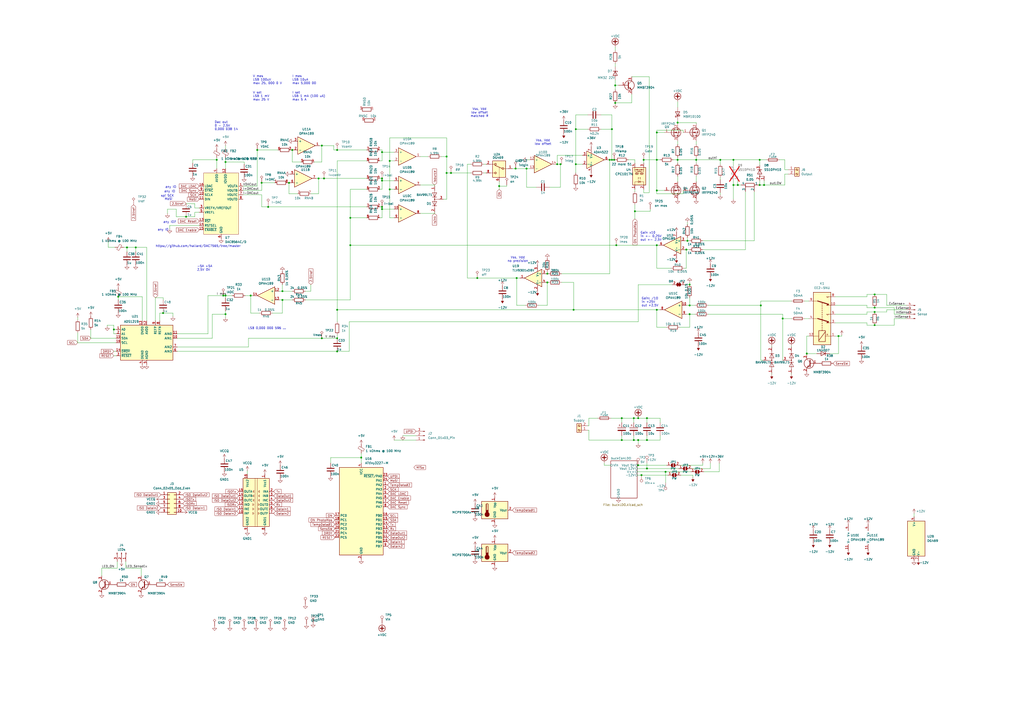
<source format=kicad_sch>
(kicad_sch (version 20231120) (generator "eeschema") (generator_version "8.0")
  (paper "A2")
  (junction (at 195.58 196.215))
  (junction (at 417.83 92.71))
  (junction (at 209.55 265.43))
  (junction (at 323.215 95.25))
  (junction (at 398.78 139.7))
  (junction (at 261.62 100.33))
  (junction (at 354.965 74.93))
  (junction (at 372.11 275.59))
  (junction (at 195.58 86.995))
  (junction (at 427.99 107.315))
  (junction (at 398.145 144.78))
  (junction (at 259.08 90.805))
  (junction (at 129.54 171.45))
  (junction (at 221.615 120.015))
  (junction (at 78.74 143.51))
  (junction (at 381 76.835))
  (junction (at 507.365 170.815))
  (junction (at 356.235 92.71))
  (junction (at 356.87 49.53))
  (junction (at 184.785 103.505))
  (junction (at 186.69 84.455))
  (junction (at 454.025 184.785))
  (junction (at 381 110.49))
  (junction (at 186.69 196.215))
  (junction (at 226.06 93.345))
  (junction (at 195.58 179.705))
  (junction (at 400.05 165.1))
  (junction (at 486.41 194.945))
  (junction (at 299.085 97.79))
  (junction (at 370.205 255.27))
  (junction (at 317.5 163.83))
  (junction (at 386.08 273.685))
  (junction (at 367.665 242.57))
  (junction (at 94.615 181.61))
  (junction (at 130.81 182.245))
  (junction (at 467.995 205.105))
  (junction (at 440.69 92.71))
  (junction (at 403.86 92.71))
  (junction (at 107.95 125.73))
  (junction (at 203.2 126.365))
  (junction (at 73.66 143.51))
  (junction (at 151.765 106.045))
  (junction (at 289.56 107.95))
  (junction (at 226.06 109.855))
  (junction (at 299.72 161.29))
  (junction (at 375.285 242.57))
  (junction (at 381 179.705))
  (junction (at 393.065 71.12))
  (junction (at 441.325 177.165))
  (junction (at 163.83 173.99))
  (junction (at 334.01 74.93))
  (junction (at 167.64 106.045))
  (junction (at 130.81 93.98))
  (junction (at 276.86 161.29))
  (junction (at 145.415 171.45))
  (junction (at 195.58 203.835))
  (junction (at 373.38 92.71))
  (junction (at 367.665 255.27))
  (junction (at 507.365 188.595))
  (junction (at 259.08 100.33))
  (junction (at 187.96 103.505))
  (junction (at 368.3 122.555))
  (junction (at 203.2 142.24))
  (junction (at 360.68 242.57))
  (junction (at 357.505 142.24))
  (junction (at 381 92.71))
  (junction (at 221.615 104.775))
  (junction (at 66.04 191.135))
  (junction (at 370.205 242.57))
  (junction (at 400.05 177.165))
  (junction (at 425.45 107.315))
  (junction (at 507.365 180.975))
  (junction (at 305.435 97.79))
  (junction (at 356.87 59.69))
  (junction (at 360.68 255.27))
  (junction (at 353.695 92.71))
  (junction (at 393.065 92.71))
  (junction (at 334.01 95.25))
  (junction (at 375.285 255.27))
  (junction (at 507.365 178.435))
  (junction (at 68.58 172.085))
  (junction (at 155.575 120.015))
  (junction (at 425.45 92.71))
  (junction (at 169.545 86.995))
  (junction (at 221.615 88.265))
  (junction (at 221.615 103.505))
  (junction (at 375.285 271.78))
  (junction (at 443.23 107.315))
  (junction (at 149.225 86.995))
  (junction (at 381 142.24))
  (junction (at 221.615 121.285))
  (junction (at 400.05 182.245))
  (junction (at 325.12 95.25))
  (junction (at 370.205 269.875))
  (junction (at 332.74 179.705))
  (junction (at 317.5 158.75))
  (junction (at 125.73 92.71))
  (junction (at 440.69 107.315))
  (junction (at 130.81 171.45))
  (junction (at 163.83 168.91))
  (junction (at 354.965 92.71))
  (wire (pts (xy 273.05 95.25) (xy 271.145 95.25)))
  (wire (pts (xy 151.765 110.49) (xy 140.97 110.49)))
  (wire (pts (xy 294.005 107.95) (xy 289.56 107.95)))
  (wire (pts (xy 52.705 191.135) (xy 52.705 196.215)))
  (wire (pts (xy 243.84 107.315) (xy 252.095 107.315)))
  (wire (pts (xy 183.515 103.505) (xy 184.785 103.505)))
  (wire (pts (xy 243.84 90.805) (xy 248.285 90.805)))
  (wire (pts (xy 394.335 189.865) (xy 400.05 189.865)))
  (wire (pts (xy 393.065 102.235) (xy 393.065 105.41)))
  (wire (pts (xy 372.11 275.59) (xy 387.35 275.59)))
  (wire (pts (xy 184.785 112.395) (xy 184.785 103.505)))
  (wire (pts (xy 151.765 113.03) (xy 140.97 113.03)))
  (wire (pts (xy 130.81 182.245) (xy 130.81 184.15)))
  (wire (pts (xy 149.225 107.95) (xy 140.97 107.95)))
  (wire (pts (xy 466.725 174.625) (xy 469.265 174.625)))
  (wire (pts (xy 348.615 74.93) (xy 354.965 74.93)))
  (wire (pts (xy 221.615 103.505) (xy 221.615 104.775)))
  (wire (pts (xy 149.225 86.995) (xy 149.225 107.95)))
  (wire (pts (xy 400.05 182.245) (xy 398.145 182.245)))
  (wire (pts (xy 401.955 275.59) (xy 401.955 276.86)))
  (wire (pts (xy 161.925 168.91) (xy 163.83 168.91)))
  (wire (pts (xy 381 75.565) (xy 381 76.835)))
  (wire (pts (xy 381 179.705) (xy 382.905 179.705)))
  (wire (pts (xy 67.945 329.565) (xy 59.055 329.565)))
  (wire (pts (xy 221.615 121.285) (xy 221.615 126.365)))
  (wire (pts (xy 289.56 107.95) (xy 289.56 109.855)))
  (wire (pts (xy 353.695 92.71) (xy 353.06 92.71)))
  (wire (pts (xy 325.755 158.75) (xy 353.695 158.75)))
  (wire (pts (xy 317.5 177.165) (xy 317.5 163.83)))
  (wire (pts (xy 113.03 120.65) (xy 115.57 120.65)))
  (wire (pts (xy 209.55 265.43) (xy 209.55 268.605)))
  (wire (pts (xy 486.41 205.105) (xy 486.41 194.945)))
  (wire (pts (xy 455.295 100.965) (xy 457.2 100.965)))
  (wire (pts (xy 177.165 173.99) (xy 203.2 173.99)))
  (wire (pts (xy 376.555 44.45) (xy 376.555 111.76)))
  (wire (pts (xy 130.81 180.34) (xy 130.81 182.245)))
  (wire (pts (xy 221.615 104.775) (xy 221.615 109.855)))
  (wire (pts (xy 467.995 205.74) (xy 467.995 205.105)))
  (wire (pts (xy 466.725 184.785) (xy 469.265 184.785)))
  (wire (pts (xy 334.01 74.93) (xy 334.01 95.25)))
  (wire (pts (xy 130.81 93.98) (xy 130.81 97.79)))
  (wire (pts (xy 370.205 242.57) (xy 375.285 242.57)))
  (wire (pts (xy 149.225 86.995) (xy 161.29 86.995)))
  (wire (pts (xy 191.77 265.43) (xy 209.55 265.43)))
  (wire (pts (xy 353.695 158.75) (xy 353.695 92.71)))
  (wire (pts (xy 52.705 196.215) (xy 67.31 196.215)))
  (wire (pts (xy 316.865 163.83) (xy 317.5 163.83)))
  (wire (pts (xy 145.415 171.45) (xy 146.685 171.45)))
  (wire (pts (xy 90.17 172.72) (xy 90.17 186.055)))
  (wire (pts (xy 73.66 143.51) (xy 73.66 146.05)))
  (wire (pts (xy 129.54 171.45) (xy 130.81 171.45)))
  (wire (pts (xy 377.19 121.285) (xy 377.19 122.555)))
  (wire (pts (xy 467.995 205.105) (xy 467.995 194.945)))
  (wire (pts (xy 381 92.71) (xy 382.905 92.71)))
  (wire (pts (xy 202.565 186.69) (xy 370.205 186.69)))
  (wire (pts (xy 403.86 81.915) (xy 403.86 83.82)))
  (wire (pts (xy 174.625 93.98) (xy 169.545 93.98)))
  (wire (pts (xy 386.08 273.685) (xy 400.685 273.685)))
  (wire (pts (xy 113.03 125.73) (xy 113.03 123.19)))
  (wire (pts (xy 369.57 273.685) (xy 386.08 273.685)))
  (wire (pts (xy 443.23 107.315) (xy 455.295 107.315)))
  (wire (pts (xy 437.515 111.125) (xy 437.515 139.7)))
  (wire (pts (xy 169.545 93.98) (xy 169.545 86.995)))
  (wire (pts (xy 396.24 112.395) (xy 381 112.395)))
  (wire (pts (xy 59.055 329.565) (xy 59.055 334.01)))
  (wire (pts (xy 403.225 177.165) (xy 400.05 177.165)))
  (wire (pts (xy 220.345 103.505) (xy 221.615 103.505)))
  (wire (pts (xy 226.06 109.855) (xy 228.6 109.855)))
  (wire (pts (xy 221.615 104.775) (xy 228.6 104.775)))
  (wire (pts (xy 67.945 325.755) (xy 67.945 329.565)))
  (wire (pts (xy 306.07 92.71) (xy 307.34 92.71)))
  (wire (pts (xy 443.23 104.775) (xy 443.23 107.315)))
  (wire (pts (xy 447.675 200.66) (xy 447.675 201.295)))
  (wire (pts (xy 393.065 71.12) (xy 393.065 71.755)))
  (wire (pts (xy 312.42 177.165) (xy 317.5 177.165)))
  (wire (pts (xy 369.57 275.59) (xy 372.11 275.59)))
  (wire (pts (xy 144.145 196.215) (xy 186.69 196.215)))
  (wire (pts (xy 502.92 188.595) (xy 507.365 188.595)))
  (wire (pts (xy 368.3 109.855) (xy 368.3 111.125)))
  (wire (pts (xy 169.545 86.995) (xy 170.18 86.995)))
  (wire (pts (xy 169.545 86.995) (xy 168.91 86.995)))
  (wire (pts (xy 62.865 143.51) (xy 66.675 143.51)))
  (wire (pts (xy 417.195 268.605) (xy 417.195 273.685)))
  (wire (pts (xy 94.615 172.72) (xy 94.615 173.99)))
  (wire (pts (xy 102.235 121.285) (xy 102.235 125.73)))
  (wire (pts (xy 356.87 59.69) (xy 356.87 60.325)))
  (wire (pts (xy 155.575 120.015) (xy 212.725 120.015)))
  (wire (pts (xy 151.765 106.045) (xy 159.385 106.045)))
  (wire (pts (xy 484.505 187.325) (xy 502.92 187.325)))
  (wire (pts (xy 427.99 107.315) (xy 429.895 107.315)))
  (wire (pts (xy 85.09 143.51) (xy 78.74 143.51)))
  (wire (pts (xy 514.35 170.815) (xy 507.365 170.815)))
  (wire (pts (xy 98.425 132.715) (xy 98.425 130.81)))
  (wire (pts (xy 440.055 107.315) (xy 440.69 107.315)))
  (wire (pts (xy 145.415 181.61) (xy 145.415 171.45)))
  (wire (pts (xy 167.005 106.045) (xy 167.64 106.045)))
  (wire (pts (xy 66.04 188.595) (xy 66.04 191.135)))
  (wire (pts (xy 220.345 86.995) (xy 221.615 86.995)))
  (wire (pts (xy 151.765 120.015) (xy 155.575 120.015)))
  (wire (pts (xy 356.87 49.53) (xy 356.87 52.07)))
  (wire (pts (xy 400.05 172.72) (xy 400.05 177.165)))
  (wire (pts (xy 377.19 122.555) (xy 368.3 122.555)))
  (wire (pts (xy 403.86 91.44) (xy 403.86 92.71)))
  (wire (pts (xy 261.62 100.33) (xy 273.05 100.33)))
  (wire (pts (xy 341.63 255.27) (xy 341.63 249.555)))
  (wire (pts (xy 299.085 97.79) (xy 305.435 97.79)))
  (wire (pts (xy 142.24 171.45) (xy 145.415 171.45)))
  (wire (pts (xy 228.6 255.27) (xy 241.3 255.27)))
  (wire (pts (xy 187.96 103.505) (xy 212.725 103.505)))
  (wire (pts (xy 440.69 107.315) (xy 443.23 107.315)))
  (wire (pts (xy 97.155 121.285) (xy 102.235 121.285)))
  (wire (pts (xy 369.57 271.78) (xy 375.285 271.78)))
  (wire (pts (xy 403.225 182.245) (xy 400.05 182.245)))
  (wire (pts (xy 120.65 171.45) (xy 129.54 171.45)))
  (wire (pts (xy 62.865 140.335) (xy 62.865 143.51)))
  (wire (pts (xy 113.03 118.11) (xy 113.03 120.65)))
  (wire (pts (xy 369.57 269.875) (xy 370.205 269.875)))
  (wire (pts (xy 151.765 120.015) (xy 151.765 113.03)))
  (wire (pts (xy 325.12 108.585) (xy 325.12 95.25)))
  (wire (pts (xy 195.58 196.215) (xy 195.58 194.31)))
  (wire (pts (xy 186.69 84.455) (xy 193.675 84.455)))
  (wire (pts (xy 398.78 139.7) (xy 398.78 137.795)))
  (wire (pts (xy 366.395 59.69) (xy 356.87 59.69)))
  (wire (pts (xy 325.12 95.25) (xy 323.215 95.25)))
  (wire (pts (xy 334.01 66.675) (xy 334.01 74.93)))
  (wire (pts (xy 82.55 186.055) (xy 82.55 172.085)))
  (wire (pts (xy 271.145 161.29) (xy 276.86 161.29)))
  (wire (pts (xy 304.8 177.165) (xy 299.72 177.165)))
  (wire (pts (xy 488.315 194.945) (xy 486.41 194.945)))
  (wire (pts (xy 255.905 90.805) (xy 259.08 90.805)))
  (wire (pts (xy 427.99 104.775) (xy 427.99 107.315)))
  (wire (pts (xy 209.55 262.89) (xy 209.55 265.43)))
  (wire (pts (xy 403.86 71.755) (xy 403.86 71.12)))
  (wire (pts (xy 375.285 242.57) (xy 382.905 242.57)))
  (wire (pts (xy 368.3 92.71) (xy 364.49 92.71)))
  (wire (pts (xy 457.2 98.425) (xy 455.295 98.425)))
  (wire (pts (xy 226.06 93.345) (xy 228.6 93.345)))
  (wire (pts (xy 354.965 92.71) (xy 353.695 92.71)))
  (wire (pts (xy 440.69 92.71) (xy 440.69 95.885)))
  (wire (pts (xy 481.33 205.105) (xy 486.41 205.105)))
  (wire (pts (xy 111.76 94.615) (xy 111.76 92.71)))
  (wire (pts (xy 252.095 123.825) (xy 252.095 123.19)))
  (wire (pts (xy 354.965 74.93) (xy 354.965 92.71)))
  (wire (pts (xy 382.905 252.73) (xy 382.905 255.27)))
  (wire (pts (xy 195.58 179.705) (xy 332.74 179.705)))
  (wire (pts (xy 441.325 208.915) (xy 442.595 208.915)))
  (wire (pts (xy 92.71 186.055) (xy 92.71 181.61)))
  (wire (pts (xy 317.5 157.48) (xy 317.5 158.75)))
  (wire (pts (xy 502.92 180.975) (xy 507.365 180.975)))
  (wire (pts (xy 396.875 155.575) (xy 398.145 155.575)))
  (wire (pts (xy 407.67 269.875) (xy 394.335 269.875)))
  (wire (pts (xy 341.63 249.555) (xy 340.995 249.555)))
  (wire (pts (xy 233.68 252.73) (xy 241.3 252.73)))
  (wire (pts (xy 289.56 105.41) (xy 289.56 107.95)))
  (wire (pts (xy 454.025 184.785) (xy 454.025 208.915)))
  (wire (pts (xy 502.92 178.435) (xy 502.92 177.165)))
  (wire (pts (xy 67.31 198.755) (xy 45.085 198.755)))
  (wire (pts (xy 85.09 143.51) (xy 85.09 186.055)))
  (wire (pts (xy 186.69 93.98) (xy 186.69 84.455)))
  (wire (pts (xy 447.675 216.535) (xy 447.675 217.17)))
  (wire (pts (xy 356.235 92.71) (xy 356.87 92.71)))
  (wire (pts (xy 360.68 245.11) (xy 360.68 242.57)))
  (wire (pts (xy 220.345 109.855) (xy 221.615 109.855)))
  (wire (pts (xy 141.605 93.98) (xy 130.81 93.98)))
  (wire (pts (xy 400.05 177.165) (xy 398.145 177.165)))
  (wire (pts (xy 81.915 329.565) (xy 81.915 334.01)))
  (wire (pts (xy 502.92 188.595) (xy 502.92 187.325)))
  (wire (pts (xy 102.87 193.675) (xy 120.65 193.675)))
  (wire (pts (xy 297.18 97.79) (xy 299.085 97.79)))
  (wire (pts (xy 67.31 206.375) (xy 66.04 206.375)))
  (wire (pts (xy 368.3 94.615) (xy 368.3 92.71)))
  (wire (pts (xy 454.025 182.245) (xy 454.025 184.785)))
  (wire (pts (xy 398.145 144.78) (xy 398.145 155.575)))
  (wire (pts (xy 417.83 104.14) (xy 417.83 102.87)))
  (wire (pts (xy 317.5 163.83) (xy 318.135 163.83)))
  (wire (pts (xy 381 142.24) (xy 381 155.575)))
  (wire (pts (xy 195.58 186.69) (xy 195.58 179.705)))
  (wire (pts (xy 73.025 325.755) (xy 73.025 329.565)))
  (wire (pts (xy 417.195 273.685) (xy 408.305 273.685)))
  (wire (pts (xy 78.74 143.51) (xy 73.66 143.51)))
  (wire (pts (xy 332.74 163.83) (xy 332.74 179.705)))
  (wire (pts (xy 375.285 271.78) (xy 393.7 271.78)))
  (wire (pts (xy 401.32 271.78) (xy 412.115 271.78)))
  (wire (pts (xy 163.83 173.99) (xy 169.545 173.99)))
  (wire (pts (xy 514.35 177.165) (xy 514.35 170.815)))
  (wire (pts (xy 397.51 139.7) (xy 398.78 139.7)))
  (wire (pts (xy 502.92 170.815) (xy 502.92 172.085)))
  (wire (pts (xy 193.675 84.455) (xy 193.675 86.995)))
  (wire (pts (xy 177.165 168.91) (xy 180.34 168.91)))
  (wire (pts (xy 325.755 163.83) (xy 332.74 163.83)))
  (wire (pts (xy 120.65 193.675) (xy 120.65 171.45)))
  (wire (pts (xy 393.065 81.915) (xy 393.065 83.82)))
  (wire (pts (xy 459.105 216.535) (xy 459.105 217.17)))
  (wire (pts (xy 191.77 268.605) (xy 191.77 265.43)))
  (wire (pts (xy 195.58 179.705) (xy 195.58 93.345)))
  (wire (pts (xy 398.78 128.905) (xy 398.78 130.175)))
  (wire (pts (xy 125.73 91.44) (xy 125.73 92.71)))
  (wire (pts (xy 180.34 165.1) (xy 180.34 168.91)))
  (wire (pts (xy 195.58 86.995) (xy 212.725 86.995)))
  (wire (pts (xy 341.63 255.27) (xy 360.68 255.27)))
  (wire (pts (xy 350.52 268.605) (xy 350.52 269.875)))
  (wire (pts (xy 390.525 92.71) (xy 393.065 92.71)))
  (wire (pts (xy 530.225 297.815) (xy 530.225 299.72)))
  (wire (pts (xy 186.69 196.215) (xy 195.58 196.215)))
  (wire (pts (xy 373.38 92.71) (xy 381 92.71)))
  (wire (pts (xy 259.08 100.33) (xy 261.62 100.33)))
  (wire (pts (xy 425.45 104.775) (xy 425.45 107.315)))
  (wire (pts (xy 143.51 274.955) (xy 143.51 273.05)))
  (wire (pts (xy 195.58 93.345) (xy 212.725 93.345)))
  (wire (pts (xy 396.24 110.49) (xy 396.24 112.395)))
  (wire (pts (xy 425.45 107.315) (xy 425.45 115.57)))
  (wire (pts (xy 102.87 196.215) (xy 123.19 196.215)))
  (wire (pts (xy 66.04 193.675) (xy 66.04 191.135)))
  (wire (pts (xy 163.83 168.91) (xy 169.545 168.91)))
  (wire (pts (xy 397.51 165.1) (xy 400.05 165.1)))
  (wire (pts (xy 376.555 111.76) (xy 373.38 111.76)))
  (wire (pts (xy 502.92 178.435) (xy 507.365 178.435)))
  (wire (pts (xy 259.08 90.805) (xy 259.08 100.33)))
  (wire (pts (xy 455.295 107.315) (xy 455.295 100.965)))
  (wire (pts (xy 425.45 92.71) (xy 440.69 92.71)))
  (wire (pts (xy 525.78 177.165) (xy 514.35 177.165)))
  (wire (pts (xy 325.12 95.25) (xy 325.755 95.25)))
  (wire (pts (xy 484.505 182.245) (xy 502.92 182.245)))
  (wire (pts (xy 370.205 255.27) (xy 375.285 255.27)))
  (wire (pts (xy 367.665 242.57) (xy 367.665 245.11)))
  (wire (pts (xy 484.505 172.085) (xy 502.92 172.085)))
  (wire (pts (xy 202.565 203.835) (xy 202.565 186.69)))
  (wire (pts (xy 518.795 184.785) (xy 518.795 188.595)))
  (wire (pts (xy 348.615 66.675) (xy 354.965 66.675)))
  (wire (pts (xy 407.67 144.78) (xy 432.435 144.78)))
  (wire (pts (xy 403.86 102.235) (xy 403.86 105.41)))
  (wire (pts (xy 316.865 158.75) (xy 317.5 158.75)))
  (wire (pts (xy 367.665 242.57) (xy 370.205 242.57)))
  (wire (pts (xy 203.2 126.365) (xy 203.2 109.855)))
  (wire (pts (xy 318.77 108.585) (xy 325.12 108.585)))
  (wire (pts (xy 366.395 44.45) (xy 376.555 44.45)))
  (wire (pts (xy 220.345 93.345) (xy 221.615 93.345)))
  (wire (pts (xy 412.115 271.78) (xy 412.115 268.605)))
  (wire (pts (xy 381 76.835) (xy 381 92.71)))
  (wire (pts (xy 373.38 94.615) (xy 373.38 92.71)))
  (wire (pts (xy 62.23 189.23) (xy 62.23 188.595)))
  (wire (pts (xy 375.285 242.57) (xy 375.285 245.11)))
  (wire (pts (xy 337.82 90.17) (xy 323.215 90.17)))
  (wire (pts (xy 417.83 113.03) (xy 417.83 111.76)))
  (wire (pts (xy 375.285 268.605) (xy 375.285 271.78)))
  (wire (pts (xy 163.83 181.61) (xy 163.83 173.99)))
  (wire (pts (xy 398.145 144.78) (xy 400.05 144.78)))
  (wire (pts (xy 354.33 242.57) (xy 360.68 242.57)))
  (wire (pts (xy 381 110.49) (xy 381 112.395)))
  (wire (pts (xy 193.675 86.995) (xy 195.58 86.995)))
  (wire (pts (xy 62.23 188.595) (xy 66.04 188.595)))
  (wire (pts (xy 78.74 146.05) (xy 78.74 143.51)))
  (wire (pts (xy 396.24 76.835) (xy 396.24 75.565)))
  (wire (pts (xy 259.08 115.57) (xy 257.175 115.57)))
  (wire (pts (xy 488.315 194.31) (xy 488.315 194.945)))
  (wire (pts (xy 130.81 172.72) (xy 130.81 171.45)))
  (wire (pts (xy 203.2 109.855) (xy 212.725 109.855)))
  (wire (pts (xy 203.2 173.99) (xy 203.2 142.24)))
  (wire (pts (xy 393.065 69.85) (xy 393.065 71.12)))
  (wire (pts (xy 393.065 92.71) (xy 393.065 94.615)))
  (wire (pts (xy 400.05 163.83) (xy 400.05 165.1)))
  (wire (pts (xy 98.425 130.81) (xy 115.57 130.81)))
  (wire (pts (xy 155.575 119.38) (xy 155.575 120.015)))
  (wire (pts (xy 425.45 92.71) (xy 425.45 95.885)))
  (wire (pts (xy 130.81 171.45) (xy 134.62 171.45)))
  (wire (pts (xy 130.81 91.44) (xy 130.81 93.98)))
  (wire (pts (xy 525.78 182.245) (xy 518.795 182.245)))
  (wire (pts (xy 271.145 95.25) (xy 271.145 161.29)))
  (wire (pts (xy 393.065 92.71) (xy 403.86 92.71)))
  (wire (pts (xy 125.73 92.71) (xy 125.73 97.79)))
  (wire (pts (xy 386.08 280.035) (xy 386.08 273.685)))
  (wire (pts (xy 370.205 165.1) (xy 389.89 165.1)))
  (wire (pts (xy 373.38 111.76) (xy 373.38 109.855)))
  (wire (pts (xy 375.285 252.73) (xy 375.285 255.27)))
  (wire (pts (xy 366.395 54.61) (xy 366.395 59.69)))
  (wire (pts (xy 341.63 247.015) (xy 340.995 247.015)))
  (wire (pts (xy 67.31 193.675) (xy 66.04 193.675)))
  (wire (pts (xy 368.3 122.555) (xy 368.3 127)))
  (wire (pts (xy 370.205 255.27) (xy 367.665 255.27)))
  (wire (pts (xy 356.87 46.355) (xy 356.87 49.53)))
  (wire (pts (xy 123.19 182.245) (xy 130.81 182.245)))
  (wire (pts (xy 280.67 100.33) (xy 281.94 100.33)))
  (wire (pts (xy 455.295 92.71) (xy 452.12 92.71)))
  (wire (pts (xy 518.795 182.245) (xy 518.795 178.435)))
  (wire (pts (xy 467.995 194.945) (xy 469.265 194.945)))
  (wire (pts (xy 410.845 182.245) (xy 454.025 182.245)))
  (wire (pts (xy 403.86 92.71) (xy 417.83 92.71)))
  (wire (pts (xy 354.965 66.675) (xy 354.965 74.93)))
  (wire (pts (xy 180.34 112.395) (xy 184.785 112.395)))
  (wire (pts (xy 150.495 181.61) (xy 145.415 181.61)))
  (wire (pts (xy 502.92 182.245) (xy 502.92 180.975)))
  (wire (pts (xy 340.995 66.675) (xy 334.01 66.675)))
  (wire (pts (xy 334.01 95.25) (xy 337.82 95.25)))
  (wire (pts (xy 386.715 189.865) (xy 381 189.865)))
  (wire (pts (xy 102.87 203.835) (xy 195.58 203.835)))
  (wire (pts (xy 113.03 123.19) (xy 115.57 123.19)))
  (wire (pts (xy 73.025 329.565) (xy 81.915 329.565)))
  (wire (pts (xy 382.905 242.57) (xy 382.905 245.11)))
  (wire (pts (xy 350.52 269.875) (xy 354.33 269.875)))
  (wire (pts (xy 340.995 74.93) (xy 334.01 74.93)))
  (wire (pts (xy 226.06 126.365) (xy 228.6 126.365)))
  (wire (pts (xy 167.64 106.045) (xy 168.275 106.045)))
  (wire (pts (xy 100.33 183.515) (xy 100.33 181.61)))
  (wire (pts (xy 311.15 108.585) (xy 305.435 108.585)))
  (wire (pts (xy 276.86 161.29) (xy 299.72 161.29)))
  (wire (pts (xy 334.01 95.25) (xy 334.01 100.33)))
  (wire (pts (xy 486.41 194.945) (xy 484.505 194.945)))
  (wire (pts (xy 102.87 201.295) (xy 144.145 201.295)))
  (wire (pts (xy 357.505 142.24) (xy 381 142.24)))
  (wire (pts (xy 167.64 112.395) (xy 172.72 112.395)))
  (wire (pts (xy 367.665 252.73) (xy 367.665 255.27)))
  (wire (pts (xy 66.04 191.135) (xy 67.31 191.135)))
  (wire (pts (xy 385.445 110.49) (xy 381 110.49)))
  (wire (pts (xy 203.2 142.24) (xy 357.505 142.24)))
  (wire (pts (xy 141.605 95.25) (xy 141.605 93.98)))
  (wire (pts (xy 417.83 92.71) (xy 417.83 95.25)))
  (wire (pts (xy 367.665 255.27) (xy 360.68 255.27)))
  (wire (pts (xy 360.68 242.57) (xy 367.665 242.57)))
  (wire (pts (xy 195.58 203.835) (xy 202.565 203.835)))
  (wire (pts (xy 417.83 92.71) (xy 425.45 92.71)))
  (wire (pts (xy 158.115 181.61) (xy 163.83 181.61)))
  (wire (pts (xy 92.71 181.61) (xy 94.615 181.61)))
  (wire (pts (xy 45.085 193.04) (xy 45.085 198.755)))
  (wire (pts (xy 71.755 143.51) (xy 73.66 143.51)))
  (wire (pts (xy 455.295 98.425) (xy 455.295 92.71)))
  (wire (pts (xy 221.615 120.015) (xy 221.615 121.285)))
  (wire (pts (xy 220.345 126.365) (xy 221.615 126.365)))
  (wire (pts (xy 305.435 97.79) (xy 307.34 97.79)))
  (wire (pts (xy 410.845 177.165) (xy 441.325 177.165)))
  (wire (pts (xy 370.205 255.27) (xy 370.205 257.175)))
  (wire (pts (xy 432.435 111.125) (xy 432.435 144.78)))
  (wire (pts (xy 259.08 80.01) (xy 259.08 90.805)))
  (wire (pts (xy 184.785 103.505) (xy 187.96 103.505)))
  (wire (pts (xy 317.5 158.75) (xy 318.135 158.75)))
  (wire (pts (xy 220.345 120.015) (xy 221.615 120.015)))
  (wire (pts (xy 440.69 104.775) (xy 440.69 107.315)))
  (wire (pts (xy 381 189.865) (xy 381 179.705)))
  (wire (pts (xy 341.63 242.57) (xy 346.71 242.57)))
  (wire (pts (xy 502.92 177.165) (xy 484.505 177.165)))
  (wire (pts (xy 226.06 80.01) (xy 259.08 80.01)))
  (wire (pts (xy 144.145 201.295) (xy 144.145 196.215)))
  (wire (pts (xy 68.58 172.085) (xy 68.58 173.99)))
  (wire (pts (xy 341.63 247.015) (xy 341.63 242.57)))
  (wire (pts (xy 393.065 59.055) (xy 393.065 62.23)))
  (wire (pts (xy 243.84 123.825) (xy 252.095 123.825)))
  (wire (pts (xy 299.72 161.29) (xy 301.625 161.29)))
  (wire (pts (xy 252.095 107.315) (xy 252.095 107.95)))
  (wire (pts (xy 518.795 178.435) (xy 507.365 178.435)))
  (wire (pts (xy 507.365 170.815) (xy 502.92 170.815)))
  (wire (pts (xy 440.69 92.71) (xy 444.5 92.71)))
  (wire (pts (xy 212.725 126.365) (xy 203.2 126.365)))
  (wire (pts (xy 393.065 91.44) (xy 393.065 92.71)))
  (wire (pts (xy 167.64 112.395) (xy 167.64 106.045)))
  (wire (pts (xy 354.965 92.71) (xy 356.235 92.71)))
  (wire (pts (xy 294.005 107.315) (xy 294.005 107.95)))
  (wire (pts (xy 459.105 200.66) (xy 459.105 201.295)))
  (wire (pts (xy 45.085 185.42) (xy 45.085 184.15)))
  (wire (pts (xy 370.205 269.875) (xy 386.715 269.875)))
  (wire (pts (xy 360.68 252.73) (xy 360.68 255.27)))
  (wire (pts (xy 514.35 180.975) (xy 507.365 180.975)))
  (wire (pts (xy 525.78 184.785) (xy 518.795 184.785)))
  (wire (pts (xy 389.255 155.575) (xy 381 155.575)))
  (wire (pts (xy 226.06 80.01) (xy 226.06 93.345)))
  (wire (pts (xy 401.955 275.59) (xy 394.97 275.59)))
  (wire (pts (xy 400.05 189.865) (xy 400.05 182.245)))
  (wire (pts (xy 356.87 36.83) (xy 356.87 38.735)))
  (wire (pts (xy 299.72 177.165) (xy 299.72 161.29)))
  (wire (pts (xy 407.67 139.7) (xy 437.515 139.7)))
  (wire (pts (xy 518.795 188.595) (xy 507.365 188.595)))
  (wire (pts (xy 82.55 172.085) (xy 68.58 172.085)))
  (wire (pts (xy 102.235 125.73) (xy 107.95 125.73)))
  (wire (pts (xy 226.06 109.855) (xy 226.06 126.365)))
  (wire (pts (xy 441.325 177.165) (xy 441.325 208.915)))
  (wire (pts (xy 67.31 203.835) (xy 66.04 203.835)))
  (wire (pts (xy 226.06 93.345) (xy 226.06 109.855)))
  (wire (pts (xy 221.615 88.265) (xy 228.6 88.265)))
  (wire (pts (xy 467.995 205.105) (xy 473.71 205.105)))
  (wire (pts (xy 221.615 88.265) (xy 221.615 93.345)))
  (wire (pts (xy 259.08 100.33) (xy 259.08 115.57)))
  (wire (pts (xy 441.325 174.625) (xy 459.105 174.625)))
  (wire (pts (xy 161.925 173.99) (xy 163.83 173.99)))
  (wire (pts (xy 514.35 179.705) (xy 514.35 180.975)))
  (wire (pts (xy 525.78 179.705) (xy 514.35 179.705)))
  (wire (pts (xy 281.94 95.25) (xy 280.67 95.25)))
  (wire (pts (xy 332.74 179.705) (xy 381 179.705)))
  (wire (pts (xy 203.2 142.24) (xy 203.2 126.365)))
  (wire (pts (xy 454.025 184.785) (xy 459.105 184.785)))
  (wire (pts (xy 398.78 139.7) (xy 400.05 139.7)))
  (wire (pts (xy 396.24 75.565) (xy 381 75.565)))
  (wire (pts (xy 111.76 92.71) (xy 125.73 92.71)))
  (wire (pts (xy 221.615 86.995) (xy 221.615 88.265)))
  (wire (pts (xy 221.615 121.285) (xy 228.6 121.285)))
  (wire (pts (xy 425.45 107.315) (xy 427.99 107.315)))
  (wire (pts (xy 382.905 255.27) (xy 375.285 255.27)))
  (wire (pts (xy 441.325 174.625) (xy 441.325 177.165)))
  (wire (pts (xy 107.95 125.73) (xy 113.03 125.73)))
  (wire (pts (xy 123.19 196.215) (xy 123.19 182.245)))
  (wire (pts (xy 323.215 90.17) (xy 323.215 95.25)))
  (wire (pts (xy 385.445 76.835) (xy 381 76.835)))
  (wire (pts (xy 163.83 168.91) (xy 163.83 165.1)))
  (wire (pts (xy 182.245 93.98) (xy 186.69 93.98)))
  (wire (pts (xy 97.155 123.825) (xy 97.155 121.285)))
  (wire (pts (xy 370.205 186.69) (xy 370.205 165.1)))
  (wire (pts (xy 407.67 268.605) (xy 407.67 269.875)))
  (wire (pts (xy 393.065 71.12) (xy 403.86 71.12)))
  (wire (pts (xy 356.87 27.305) (xy 356.87 29.21)))
  (wire (pts (xy 381 110.49) (xy 381 92.71)))
  (wire (pts (xy 100.33 181.61) (xy 94.615 181.61)))
  (wire (pts (xy 107.95 118.11) (xy 113.03 118.11)))
  (wire (pts (xy 151.765 106.045) (xy 151.765 110.49)))
  (wire (pts (xy 368.3 118.745) (xy 368.3 122.555)))
  (wire (pts (xy 381 142.24) (xy 382.27 142.24)))
  (wire (pts (xy 186.69 84.455) (xy 185.42 84.455)))
  (wire (pts (xy 305.435 108.585) (xy 305.435 97.79)))
  (wire (pts (xy 90.17 172.72) (xy 94.615 172.72)))
  (wire (pts (xy 323.215 95.25) (xy 322.58 95.25)))
  (wire (pts (xy 356.87 49.53) (xy 358.775 49.53)))
  (wire (pts (xy 397.51 144.78) (xy 398.145 144.78)))
  (wire (pts (xy 403.86 92.71) (xy 403.86 94.615)))
  (wire (pts (xy 130.81 84.455) (xy 130.81 86.36)))
  (text "https://github.com/hallard/DAC7565/tree/master" (at 114.935 142.875 0) (effects (font (size 1.27 1.27))))
  (text "Vss, Vdd\nlow offset\n" (at 314.96 82.55 0) (effects (font (size 1.27 1.27))))
  (text "any IO" (at 98.425 111.125 0) (effects (font (size 1.27 1.27))))
  (text "Dac out \n0 - 2,5V\n0,000 038 14" (at 124.46 73.025 0) (effects (font (size 1.27 1.27)) (justify left)))
  (text "LSB 0,000 000 596 ..." (at 154.94 190.5 0) (effects (font (size 1.27 1.27))))
  (text "spi SCK" (at 97.155 113.665 0) (effects (font (size 1.27 1.27))))
  (text "Vss, Vdd\nno prezision\n" (at 300.355 150.495 0) (effects (font (size 1.27 1.27))))
  (text "any IO" (at 94.615 133.35 0) (effects (font (size 1.27 1.27))))
  (text "any IO?\n" (at 98.425 128.905 0) (effects (font (size 1.27 1.27))))
  (text "Gain: /10\nin +25V\nout +2,5V" (at 372.11 175.26 0) (effects (font (size 1.27 1.27)) (justify left)))
  (text "MoSi" (at 97.79 115.57 0) (effects (font (size 1.27 1.27))))
  (text "-5A +5A\n2,5V 0V" (at 114.3 155.575 0) (effects (font (size 1.27 1.27)) (justify left)))
  (text "V mes \nLSB 100uV\nmax 25, 000 0 V" (at 146.685 46.355 0) (effects (font (size 1.27 1.27)) (justify left)))
  (text "V set\nLSB 1 mV\nmax 25 V" (at 146.685 55.88 0) (effects (font (size 1.27 1.27)) (justify left)))
  (text "Gain x10\nin +- 0,25V\nout +- 2,5V" (at 371.475 137.16 0) (effects (font (size 1.27 1.27)) (justify left)))
  (text "Vss, Vdd\nlow offset\nmatched R\n" (at 278.13 65.405 0) (effects (font (size 1.27 1.27))))
  (text "I mes\nLSB 10uA\nmax 5,000 00" (at 169.545 46.355 0) (effects (font (size 1.27 1.27)) (justify left)))
  (text "any IO" (at 99.06 108.585 0) (effects (font (size 1.27 1.27))))
  (text "I set\nLSB 1 mA (100 uA)\nmax 5 A" (at 169.545 55.88 0) (effects (font (size 1.27 1.27)) (justify left)))
  (label "LED_ON" (at 59.055 329.565 0))
  (label "IntSense+" (at 519.43 182.245 0))
  (label "VDACout" (at 140.97 107.95 0))
  (label "V mes" (at 188.595 196.215 0))
  (label "outLOW" (at 446.405 107.315 0))
  (label "outHi" (at 410.845 92.71 0))
  (label "I mes" (at 125.73 171.45 0))
  (label "I-DACout" (at 140.97 113.03 0))
  (label "ExSense-" (at 519.43 179.705 0))
  (label "IntSense-" (at 518.795 184.785 0))
  (label "I+DACout" (at 140.97 110.49 0))
  (label "LED_SenseEx" (at 73.025 329.565 0))
  (label "ExSense+" (at 515.62 177.165 0))
  (global_label "ON PhotoMos" (shape input) (at 368.3 127 270) (property "Intersheetrefs" "${INTERSHEET_REFS}" (effects (hide yes))))
  (global_label "ISO DataIn1" (shape input) (at 106.045 294.64 0) (property "Intersheetrefs" "${INTERSHEET_REFS}" (effects (hide yes))))
  (global_label "SCK" (shape input) (at 224.79 283.845 0) (property "Intersheetrefs" "${INTERSHEET_REFS}" (effects (hide yes))))
  (global_label "SensSW" (shape input) (at 97.155 339.09 0) (property "Intersheetrefs" "${INTERSHEET_REFS}" (effects (hide yes))))
  (global_label "ISOTx" (shape input) (at 106.045 289.56 0) (property "Intersheetrefs" "${INTERSHEET_REFS}" (effects (hide yes))))
  (global_label "DAC Sync" (shape input) (at 224.79 294.005 0) (property "Intersheetrefs" "${INTERSHEET_REFS}" (effects (hide yes))))
  (global_label "ON" (shape input) (at 289.56 109.855 270) (property "Intersheetrefs" "${INTERSHEET_REFS}" (effects (hide yes))))
  (global_label "ISO DataIn2" (shape input) (at 93.345 294.64 180) (property "Intersheetrefs" "${INTERSHEET_REFS}" (effects (hide yes))))
  (global_label "ISO DataIn2" (shape input) (at 138.43 297.815 180) (property "Intersheetrefs" "${INTERSHEET_REFS}" (effects (hide yes))))
  (global_label "UPDI" (shape input) (at 241.3 250.19 180) (property "Intersheetrefs" "${INTERSHEET_REFS}" (effects (hide yes))))
  (global_label "ISORx" (shape input) (at 138.43 292.735 180) (property "Intersheetrefs" "${INTERSHEET_REFS}" (effects (hide yes))))
  (global_label "ISO DataOut2" (shape input) (at 138.43 290.195 180) (property "Intersheetrefs" "${INTERSHEET_REFS}" (effects (hide yes))))
  (global_label "2,5Vref" (shape input) (at 107.95 118.11 180) (property "Intersheetrefs" "${INTERSHEET_REFS}" (effects (hide yes))))
  (global_label "Isink" (shape input) (at 252.095 123.825 270) (property "Intersheetrefs" "${INTERSHEET_REFS}" (effects (hide yes))))
  (global_label "Tx" (shape input) (at 224.79 304.165 0) (property "Intersheetrefs" "${INTERSHEET_REFS}" (effects (hide yes))))
  (global_label "DataIn2" (shape input) (at 224.79 316.865 0) (property "Intersheetrefs" "${INTERSHEET_REFS}" (effects (hide yes))))
  (global_label "ON" (shape input) (at 74.295 339.09 0) (property "Intersheetrefs" "${INTERSHEET_REFS}" (effects (hide yes))))
  (global_label "DAC Enable" (shape input) (at 224.79 288.925 0) (property "Intersheetrefs" "${INTERSHEET_REFS}" (effects (hide yes))))
  (global_label "RESET" (shape input) (at 194.31 311.785 180) (property "Intersheetrefs" "${INTERSHEET_REFS}" (effects (hide yes))))
  (global_label "ISO DataOut1" (shape input) (at 93.345 287.02 180) (property "Intersheetrefs" "${INTERSHEET_REFS}" (effects (hide yes))))
  (global_label "DAC Reset" (shape input) (at 224.79 291.465 0) (property "Intersheetrefs" "${INTERSHEET_REFS}" (effects (hide yes))))
  (global_label "DataIn1" (shape input) (at 158.75 295.275 0) (property "Intersheetrefs" "${INTERSHEET_REFS}" (effects (hide yes))))
  (global_label "TempData#2" (shape input) (at 224.79 281.305 0) (property "Intersheetrefs" "${INTERSHEET_REFS}" (effects (hide yes))))
  (global_label "ISORx" (shape input) (at 106.045 292.1 0) (property "Intersheetrefs" "${INTERSHEET_REFS}" (effects (hide yes))))
  (global_label "ON PhotoMos" (shape input) (at 194.31 301.625 180) (property "Intersheetrefs" "${INTERSHEET_REFS}" (effects (hide yes))))
  (global_label "TempData#1" (shape input) (at 194.31 304.165 180) (property "Intersheetrefs" "${INTERSHEET_REFS}" (effects (hide yes))))
  (global_label "MoSi" (shape input) (at 224.79 278.765 0) (property "Intersheetrefs" "${INTERSHEET_REFS}" (effects (hide yes))))
  (global_label "SCL" (shape input) (at 45.085 198.755 180) (property "Intersheetrefs" "${INTERSHEET_REFS}" (effects (hide yes))))
  (global_label "Rx" (shape input) (at 158.75 292.735 0) (property "Intersheetrefs" "${INTERSHEET_REFS}" (effects (hide yes))))
  (global_label "2,5Vref" (shape input) (at 77.47 118.745 270) (property "Intersheetrefs" "${INTERSHEET_REFS}" (effects (hide yes))))
  (global_label "MoSi" (shape input) (at 115.57 115.57 180) (property "Intersheetrefs" "${INTERSHEET_REFS}" (effects (hide yes))))
  (global_label "DRDY" (shape input) (at 194.31 309.245 180) (property "Intersheetrefs" "${INTERSHEET_REFS}" (effects (hide yes))))
  (global_label "DataOut1" (shape input) (at 158.75 287.655 0) (property "Intersheetrefs" "${INTERSHEET_REFS}" (effects (hide yes))))
  (global_label "DAC Sync" (shape input) (at 115.57 110.49 180) (property "Intersheetrefs" "${INTERSHEET_REFS}" (effects (hide yes))))
  (global_label "2,5Vref" (shape input) (at 180.34 165.1 90) (property "Intersheetrefs" "${INTERSHEET_REFS}" (effects (hide yes))))
  (global_label "Rx" (shape input) (at 224.79 306.705 0) (property "Intersheetrefs" "${INTERSHEET_REFS}" (effects (hide yes))))
  (global_label "ON" (shape input) (at 194.31 299.085 180) (property "Intersheetrefs" "${INTERSHEET_REFS}" (effects (hide yes))))
  (global_label "Tx" (shape input) (at 158.75 285.115 0) (property "Intersheetrefs" "${INTERSHEET_REFS}" (effects (hide yes))))
  (global_label "TempData#1" (shape input) (at 297.18 295.91 0) (property "Intersheetrefs" "${INTERSHEET_REFS}" (effects (hide yes))))
  (global_label "ISOTx" (shape input) (at 138.43 285.115 180) (property "Intersheetrefs" "${INTERSHEET_REFS}" (effects (hide yes))))
  (global_label "DataOut1" (shape input) (at 224.79 309.245 0) (property "Intersheetrefs" "${INTERSHEET_REFS}" (effects (hide yes))))
  (global_label "TempData#2" (shape input) (at 297.18 320.675 0) (property "Intersheetrefs" "${INTERSHEET_REFS}" (effects (hide yes))))
  (global_label "SDA" (shape input) (at 224.79 301.625 0) (property "Intersheetrefs" "${INTERSHEET_REFS}" (effects (hide yes))))
  (global_label "SCK" (shape input) (at 115.57 113.03 180) (property "Intersheetrefs" "${INTERSHEET_REFS}" (effects (hide yes))))
  (global_label "Isource" (shape input) (at 252.095 107.315 90) (property "Intersheetrefs" "${INTERSHEET_REFS}" (effects (hide yes))))
  (global_label "SensSW" (shape input) (at 483.235 210.82 0) (property "Intersheetrefs" "${INTERSHEET_REFS}" (effects (hide yes))))
  (global_label "DAC Reset" (shape input) (at 115.57 128.27 180) (property "Intersheetrefs" "${INTERSHEET_REFS}" (effects (hide yes))))
  (global_label "ISO DataOut1" (shape input) (at 138.43 287.655 180) (property "Intersheetrefs" "${INTERSHEET_REFS}" (effects (hide yes))))
  (global_label "MiSo" (shape input) (at 240.03 271.145 0) (property "Intersheetrefs" "${INTERSHEET_REFS}" (effects (hide yes))))
  (global_label "UPDI" (shape input) (at 224.79 276.225 0) (property "Intersheetrefs" "${INTERSHEET_REFS}" (effects (hide yes))))
  (global_label "DataOut2" (shape input) (at 224.79 311.785 0) (property "Intersheetrefs" "${INTERSHEET_REFS}" (effects (hide yes))))
  (global_label "DataOut2" (shape input) (at 158.75 290.195 0) (property "Intersheetrefs" "${INTERSHEET_REFS}" (effects (hide yes))))
  (global_label "DataIn2" (shape input) (at 158.75 297.815 0) (property "Intersheetrefs" "${INTERSHEET_REFS}" (effects (hide yes))))
  (global_label "ISO DataIn1" (shape input) (at 138.43 295.275 180) (property "Intersheetrefs" "${INTERSHEET_REFS}" (effects (hide yes))))
  (global_label "SensSW" (shape input) (at 194.31 306.705 180) (property "Intersheetrefs" "${INTERSHEET_REFS}" (effects (hide yes))))
  (global_label "RESET" (shape input) (at 66.04 206.375 180) (property "Intersheetrefs" "${INTERSHEET_REFS}" (effects (hide yes))))
  (global_label "DAC LDAC" (shape input) (at 115.57 107.95 180) (property "Intersheetrefs" "${INTERSHEET_REFS}" (effects (hide yes))))
  (global_label "DAC LDAC" (shape input) (at 224.79 286.385 0) (property "Intersheetrefs" "${INTERSHEET_REFS}" (effects (hide yes))))
  (global_label "DAC Enable" (shape input) (at 115.57 133.35 180) (property "Intersheetrefs" "${INTERSHEET_REFS}" (effects (hide yes))))
  (global_label "DRDY" (shape input) (at 66.04 203.835 180) (property "Intersheetrefs" "${INTERSHEET_REFS}" (effects (hide yes))))
  (global_label "SDA" (shape input) (at 52.705 196.215 180) (property "Intersheetrefs" "${INTERSHEET_REFS}" (effects (hide yes))))
  (global_label "2,5Vref" (shape input) (at 90.17 172.72 90) (property "Intersheetrefs" "${INTERSHEET_REFS}" (effects (hide yes))))
  (global_label "ISO DataOut2" (shape input) (at 106.045 287.02 0) (property "Intersheetrefs" "${INTERSHEET_REFS}" (effects (hide yes))))
  (global_label "DataIn1" (shape input) (at 224.79 314.325 0) (property "Intersheetrefs" "${INTERSHEET_REFS}" (effects (hide yes))))
  (global_label "SCL" (shape input) (at 224.79 299.085 0) (property "Intersheetrefs" "${INTERSHEET_REFS}" (effects (hide yes))))
  (symbol (lib_id "power:+VDC") (at 370.205 242.57 0) (unit 1)
    (property "Reference" "#PWR042" (effects (hide yes)))
    (property "Value" "+VDC" (at 370.205 236.22 0))
  )
  (symbol (lib_id "Device:Opamp_Quad") (at 177.8 84.455 0) (unit 1)
    (property "Reference" "U11" (at 177.8 74.93 0))
    (property "Value" "OPA4189" (at 177.8 77.47 0))
    (property "Footprint" "Package_SO:SOIC-14_3.9x8.7mm_P1.27mm" (effects (hide yes)))
    (property "Description" "Quad operational amplifier" (effects (hide yes)))
    (property "Sim.Library" "${KICAD7_SYMBOL_DIR}/Simulation_SPICE.sp" (effects (hide yes)))
    (property "Sim.Name" "kicad_builtin_opamp_quad" (effects (hide yes)))
    (property "Sim.Device" "SUBCKT" (effects (hide yes)))
    (property "Sim.Pins" "1=out1 2=in1- 3=in1+ 4=vcc 5=in2+ 6=in2- 7=out2 8=out3 9=in3- 10=in3+ 11=vee 12=in4+ 13=in4- 14=out4" (effects (hide yes)))
  )
  (symbol (lib_id "Connector:TestPoint") (at 177.8 361.95 0) (unit 1)
    (property "Reference" "TP29" (at 180.34 357.3779 0) (effects (justify left)))
    (property "Value" "GND" (at 180.34 359.9179 0) (effects (justify left)))
    (property "Footprint" "Library:SMD Test Point PCWCTE" (effects (hide yes)))
    (property "Description" "test point" (effects (hide yes)))
  )
  (symbol (lib_id "Device:Q_NMOS_GDS") (at 401.32 76.835 0) (unit 1)
    (property "Reference" "Q1" (at 407.035 75.5649 0) (effects (justify left)))
    (property "Value" "IRFP240" (at 407.035 78.1049 0) (effects (justify left)))
    (property "Footprint" "Package_TO_SOT_THT:TO-247-3_Vertical" (effects (hide yes)))
    (property "Description" "N-MOSFET transistor, gate/drain/source" (effects (hide yes)))
  )
  (symbol (lib_id "Connector:TestPoint_Alt") (at 151.765 106.045 0) (unit 1)
    (property "Reference" "TP8" (at 153.67 101.4729 0) (effects (justify left)))
    (property "Value" "I+DAC" (at 153.67 104.0129 0) (effects (justify left)))
    (property "Footprint" "TestPoint:TestPoint_Pad_D1.5mm" (effects (hide yes)))
    (property "Description" "test point (alternative shape)" (effects (hide yes)))
  )
  (symbol (lib_id "Device:R_Pack04_Split") (at 212.725 63.5 90) (unit 4)
    (property "Reference" "RN5" (at 211.4549 61.595 0) (effects (justify left)))
    (property "Value" "10k" (at 213.9949 61.595 0) (effects (justify left)))
    (property "Footprint" "Resistor_SMD:R_Array_Convex_4x0612" (effects (hide yes)))
    (property "Description" "4 resistor network, parallel topology, split" (effects (hide yes)))
  )
  (symbol (lib_id "Device:R_Pack04_Split") (at 213.995 69.85 90) (unit 3)
    (property "Reference" "RN5" (at 213.36 67.31 90) (effects (justify left)))
    (property "Value" "10k" (at 218.44 67.31 90) (effects (justify left)))
    (property "Footprint" "Resistor_SMD:R_Array_Convex_4x0612" (effects (hide yes)))
    (property "Description" "4 resistor network, parallel topology, split" (effects (hide yes)))
  )
  (symbol (lib_id "Device:C") (at 291.465 169.545 0) (unit 1)
    (property "Reference" "C8" (at 292.1 167.005 0) (effects (justify left)))
    (property "Value" "100n" (at 291.465 172.085 0) (effects (justify left)))
    (property "Footprint" "Capacitor_SMD:C_0603_1608Metric" (effects (hide yes)))
    (property "Description" "Unpolarized capacitor" (effects (hide yes)))
  )
  (symbol (lib_id "Transistor_BJT:MMBT3904") (at 363.855 49.53 0) (unit 1)
    (property "Reference" "Q5" (at 369.57 48.2599 0) (effects (justify left)))
    (property "Value" "MMBT3904" (at 369.57 50.7999 0) (effects (justify left)))
    (property "Footprint" "Package_TO_SOT_SMD:SOT-23-3" (effects (hide yes)))
    (property "Datasheet" "https://www.onsemi.com/pdf/datasheet/pzt3904-d.pdf" (effects (hide yes)))
    (property "Description" "0.2A Ic, 40V Vce, Small Signal NPN Transistor, SOT-23" (effects (hide yes)))
  )
  (symbol (lib_id "Connector:TestPoint_Alt") (at 165.1 363.22 0) (unit 1)
    (property "Reference" "TP12" (at 167.005 358.6479 0) (effects (justify left)))
    (property "Value" "GND" (at 167.005 361.1879 0) (effects (justify left)))
    (property "Footprint" "TestPoint:TestPoint_Pad_D1.5mm" (effects (hide yes)))
    (property "Description" "test point (alternative shape)" (effects (hide yes)))
  )
  (symbol (lib_id "Device:Opamp_Quad") (at 494.665 311.785 0) (unit 5)
    (property "Reference" "U10" (at 493.395 310.5149 0) (effects (justify left)))
    (property "Value" "OPA4189" (at 493.395 313.0549 0) (effects (justify left)))
    (property "Footprint" "Package_SO:SOIC-14_3.9x8.7mm_P1.27mm" (effects (hide yes)))
    (property "Description" "Quad operational amplifier" (effects (hide yes)))
    (property "Sim.Library" "${KICAD7_SYMBOL_DIR}/Simulation_SPICE.sp" (effects (hide yes)))
    (property "Sim.Name" "kicad_builtin_opamp_quad" (effects (hide yes)))
    (property "Sim.Device" "SUBCKT" (effects (hide yes)))
    (property "Sim.Pins" "1=out1 2=in1- 3=in1+ 4=vcc 5=in2+ 6=in2- 7=out2 8=out3 9=in3- 10=in3+ 11=vee 12=in4+ 13=in4- 14=out4" (effects (hide yes)))
  )
  (symbol (lib_id "power:GND1") (at 143.51 307.975 0) (unit 1)
    (property "Reference" "#PWR097" (effects (hide yes)))
    (property "Value" "GND1" (at 143.51 312.42 0))
    (property "Description" "Power symbol creates a global label with name \"GND1\" , ground" (effects (hide yes)))
  )
  (symbol (lib_id "power:GND") (at 287.02 303.53 0) (unit 1)
    (property "Reference" "#PWR066" (effects (hide yes)))
    (property "Value" "GND" (effects (hide yes)))
  )
  (symbol (lib_id "Device:R") (at 356.87 55.88 0) (unit 1)
    (property "Reference" "R27" (at 354.33 55.88 90))
    (property "Value" "10k" (at 359.41 55.88 90))
    (property "Footprint" "Resistor_SMD:R_0603_1608Metric" (effects (hide yes)))
  )
  (symbol (lib_id "power:+36V") (at 327.025 69.85 0) (unit 1)
    (property "Reference" "#PWR035" (effects (hide yes)))
    (property "Value" "+36V" (at 327.025 64.77 0))
    (property "Description" "Power symbol creates a global label with name \"+36V\"" (effects (hide yes)))
  )
  (symbol (lib_id "power:GND") (at 68.58 181.61 0) (unit 1)
    (property "Reference" "#PWR083" (effects (hide yes)))
    (property "Value" "GND" (effects (hide yes)))
  )
  (symbol (lib_id "Device:C") (at 107.95 121.92 0) (unit 1)
    (property "Reference" "C6" (at 108.585 120.015 0) (effects (justify left)))
    (property "Value" "1u" (at 108.585 124.46 0) (effects (justify left)))
    (property "Footprint" "Capacitor_SMD:C_0603_1608Metric" (effects (hide yes)))
    (property "Description" "Unpolarized capacitor" (effects (hide yes)))
  )
  (symbol (lib_id "Connector:TestPoint_Alt") (at 155.575 119.38 0) (unit 1)
    (property "Reference" "TP7" (at 157.48 114.8079 0) (effects (justify left)))
    (property "Value" "I-DAC" (at 157.48 117.3479 0) (effects (justify left)))
    (property "Footprint" "TestPoint:TestPoint_Pad_D1.5mm" (effects (hide yes)))
    (property "Description" "test point (alternative shape)" (effects (hide yes)))
  )
  (symbol (lib_id "Device:Opamp_Quad") (at 236.22 123.825 0) (unit 3)
    (property "Reference" "U10" (at 236.22 113.665 0))
    (property "Value" "OPA4189" (at 236.22 116.205 0))
    (property "Footprint" "Package_SO:SOIC-14_3.9x8.7mm_P1.27mm" (effects (hide yes)))
    (property "Description" "Quad operational amplifier" (effects (hide yes)))
    (property "Sim.Library" "${KICAD7_SYMBOL_DIR}/Simulation_SPICE.sp" (effects (hide yes)))
    (property "Sim.Name" "kicad_builtin_opamp_quad" (effects (hide yes)))
    (property "Sim.Device" "SUBCKT" (effects (hide yes)))
    (property "Sim.Pins" "1=out1 2=in1- 3=in1+ 4=vcc 5=in2+ 6=in2- 7=out2 8=out3 9=in3- 10=in3+ 11=vee 12=in4+ 13=in4- 14=out4" (effects (hide yes)))
  )
  (symbol (lib_id "Device:R") (at 334.01 104.14 180) (unit 1)
    (property "Reference" "R10" (at 335.915 103.505 0) (effects (justify right)))
    (property "Value" "10k" (at 335.915 106.045 0) (effects (justify right)))
    (property "Footprint" "Resistor_SMD:R_0603_1608Metric" (effects (hide yes)))
  )
  (symbol (lib_id "Device:FerriteBead_Small") (at 209.55 260.35 0) (unit 1)
    (property "Reference" "FB1" (at 212.09 259.0418 0) (effects (justify left)))
    (property "Value" "1 kOhms @ 100 MHz" (at 212.09 261.5818 0) (effects (justify left)))
    (property "Footprint" "Inductor_SMD:L_0603_1608Metric" (effects (hide yes)))
    (property "Description" "Ferrite bead, small symbol" (effects (hide yes)))
  )
  (symbol (lib_id "power:GND") (at 398.78 128.905 180) (unit 1)
    (property "Reference" "#PWR014" (effects (hide yes)))
    (property "Value" "GND" (effects (hide yes)))
  )
  (symbol (lib_id "Jumper:SolderJumper_2_Open") (at 391.16 275.59 0) (unit 1)
    (property "Reference" "JP5" (at 391.16 273.685 0))
    (property "Value" "PW" (at 391.16 277.495 0))
    (property "Footprint" "Jumper:SolderJumper-2_P1.3mm_Open_RoundedPad1.0x1.5mm" (effects (hide yes)))
    (property "Description" "Solder Jumper, 2-pole, open" (effects (hide yes)))
  )
  (symbol (lib_name "+5V_1") (lib_id "power:+5V") (at 45.085 184.15 0) (unit 1)
    (property "Reference" "#PWR0137" (effects (hide yes)))
    (property "Value" "+5V" (at 45.085 179.07 0))
    (property "Description" "Power symbol creates a global label with name \"+5V\"" (effects (hide yes)))
  )
  (symbol (lib_id "Connector:TestPoint") (at 181.61 361.315 0) (unit 1)
    (property "Reference" "TP1" (at 184.15 356.7429 0) (effects (justify left)))
    (property "Value" "GND" (at 184.15 359.2829 0) (effects (justify left)))
    (property "Footprint" "Library:SMD Test Point PCWCTE" (effects (hide yes)))
    (property "Description" "test point" (effects (hide yes)))
  )
  (symbol (lib_id "Device:R") (at 403.86 87.63 0) (unit 1)
    (property "Reference" "R16" (at 401.32 87.63 90))
    (property "Value" "0.05" (at 405.765 88.265 90))
    (property "Footprint" "Resistor_SMD:R_2512_6332Metric" (effects (hide yes)))
  )
  (symbol (lib_id "Device:C") (at 191.77 272.415 0) (unit 1)
    (property "Reference" "C40" (at 192.405 269.875 0) (effects (justify left)))
    (property "Value" "100n" (at 191.77 274.955 0) (effects (justify left)))
    (property "Footprint" "Capacitor_SMD:C_0603_1608Metric" (effects (hide yes)))
    (property "Description" "Unpolarized capacitor" (effects (hide yes)))
  )
  (symbol (lib_id "power:+VDC") (at 350.52 268.605 0) (unit 1)
    (property "Reference" "#PWR053" (effects (hide yes)))
    (property "Value" "+VDC" (at 350.52 262.255 0))
  )
  (symbol (lib_id "Connector:TestPoint_Alt") (at 195.58 86.995 0) (unit 1)
    (property "Reference" "TP10" (at 198.12 82.4229 0) (effects (justify left)))
    (property "Value" "Vcontr" (at 198.12 84.9629 0) (effects (justify left)))
    (property "Footprint" "TestPoint:TestPoint_Pad_D1.5mm" (effects (hide yes)))
    (property "Description" "test point (alternative shape)" (effects (hide yes)))
  )
  (symbol (lib_name "+5V_1") (lib_id "power:+5V") (at 153.67 274.955 0) (unit 1)
    (property "Reference" "#PWR094" (effects (hide yes)))
    (property "Value" "+5V" (at 153.67 269.875 0))
    (property "Description" "Power symbol creates a global label with name \"+5V\"" (effects (hide yes)))
  )
  (symbol (lib_name "DG419xY_1") (lib_id "Analog_Switch:DG419xY") (at 289.56 95.25 0) (mirror y) (unit 1)
    (property "Reference" "U2" (at 290.195 89.535 0) (effects (justify left)))
    (property "Value" "DG469" (at 292.1 91.44 0) (effects (justify left)))
    (property "Footprint" "Package_SO:SOIC-8_3.9x4.9mm_P1.27mm" (effects (hide yes)))
    (property "Datasheet" "https://datasheets.maximintegrated.com/en/ds/DG417-DG419.pdf" (effects (hide yes)))
  )
  (symbol (lib_id "power:-12V") (at 503.555 319.405 180) (unit 1)
    (property "Reference" "#PWR06" (effects (hide yes)))
    (property "Value" "-12V" (at 503.555 324.485 0))
  )
  (symbol (lib_id "Device:C") (at 275.59 320.675 0) (unit 1)
    (property "Reference" "C44" (at 276.225 318.135 0) (effects (justify left)))
    (property "Value" "100n" (at 275.59 323.215 0) (effects (justify left)))
    (property "Footprint" "Capacitor_SMD:C_0603_1608Metric" (effects (hide yes)))
    (property "Description" "Unpolarized capacitor" (effects (hide yes)))
  )
  (symbol (lib_id "Device:R") (at 138.43 171.45 90) (unit 1)
    (property "Reference" "R33" (at 138.43 165.1 90))
    (property "Value" "1k" (at 138.43 167.64 90))
    (property "Footprint" "Resistor_SMD:R_0603_1608Metric" (effects (hide yes)))
  )
  (symbol (lib_id "power:GND") (at 124.46 363.22 0) (unit 1)
    (property "Reference" "#PWR0132" (effects (hide yes)))
    (property "Value" "GND" (effects (hide yes)))
  )
  (symbol (lib_id "Device:C") (at 130.81 176.53 0) (unit 1)
    (property "Reference" "C32" (at 131.445 173.99 0) (effects (justify left)))
    (property "Value" "1u" (at 130.81 179.07 0) (effects (justify left)))
    (property "Footprint" "Capacitor_SMD:C_0603_1608Metric" (effects (hide yes)))
    (property "Description" "Unpolarized capacitor" (effects (hide yes)))
  )
  (symbol (lib_id "Device:Opamp_Quad") (at 390.525 179.705 0) (mirror y) (unit 3)
    (property "Reference" "U11" (at 390.525 170.18 0))
    (property "Value" "OPA4189" (at 390.525 172.72 0))
    (property "Footprint" "Package_SO:SOIC-14_3.9x8.7mm_P1.27mm" (effects (hide yes)))
    (property "Description" "Quad operational amplifier" (effects (hide yes)))
    (property "Sim.Library" "${KICAD7_SYMBOL_DIR}/Simulation_SPICE.sp" (effects (hide yes)))
    (property "Sim.Name" "kicad_builtin_opamp_quad" (effects (hide yes)))
    (property "Sim.Device" "SUBCKT" (effects (hide yes)))
    (property "Sim.Pins" "1=out1 2=in1- 3=in1+ 4=vcc 5=in2+ 6=in2- 7=out2 8=out3 9=in3- 10=in3+ 11=vee 12=in4+ 13=in4- 14=out4" (effects (hide yes)))
  )
  (symbol (lib_id "power:GND") (at 59.055 344.17 0) (unit 1)
    (property "Reference" "#PWR064" (effects (hide yes)))
    (property "Value" "GND" (effects (hide yes)))
  )
  (symbol (lib_id "Device:R") (at 400.05 168.91 180) (unit 1)
    (property "Reference" "R20" (at 400.05 168.91 90))
    (property "Value" "10k 0,1%" (at 398.145 168.91 90))
    (property "Footprint" "Resistor_SMD:R_0603_1608Metric" (effects (hide yes)))
  )
  (symbol (lib_id "power:+VDC") (at 221.615 361.315 180) (unit 1)
    (property "Reference" "#PWR0105" (effects (hide yes)))
    (property "Value" "+VDC" (at 221.615 368.3 0))
  )
  (symbol (lib_id "power:-12V") (at 412.115 160.655 180) (unit 1)
    (property "Reference" "#PWR034" (effects (hide yes)))
    (property "Value" "-12V" (at 412.115 165.735 0))
  )
  (symbol (lib_id "Device:C_Polarized") (at 367.665 248.92 0) (unit 1)
    (property "Reference" "C12" (at 368.3 247.015 0) (effects (justify left)))
    (property "Value" "100u" (at 368.3 251.46 0) (effects (justify left)))
    (property "Footprint" "Capacitor_SMD:CP_Elec_8x10.5" (effects (hide yes)))
    (property "Description" "Polarized capacitor" (effects (hide yes)))
  )
  (symbol (lib_id "Device:C") (at 68.58 177.8 0) (unit 1)
    (property "Reference" "C36" (at 69.215 175.26 0) (effects (justify left)))
    (property "Value" "100n" (at 68.58 180.34 0) (effects (justify left)))
    (property "Footprint" "Capacitor_SMD:C_0603_1608Metric" (effects (hide yes)))
    (property "Description" "Unpolarized capacitor" (effects (hide yes)))
  )
  (symbol (lib_id "power:GND") (at 133.35 363.22 0) (unit 1)
    (property "Reference" "#PWR0131" (effects (hide yes)))
    (property "Value" "GND" (effects (hide yes)))
  )
  (symbol (lib_id "Amplifier_Operational:ADA4610-1xR") (at 345.44 92.71 0) (unit 1)
    (property "Reference" "U3" (at 347.345 85.725 0))
    (property "Value" "ADA4522" (at 348.615 88.265 0))
    (property "Footprint" "Package_SO:SOIC-8_3.9x4.9mm_P1.27mm" (effects (hide yes)))
    (property "Datasheet" "https://www.analog.com/media/en/technical-documentation/data-sheets/ADA4610-1_4610-2_4610-4.pdf" (effects (hide yes)))
    (property "Description" "Low Noise, Precision, Rail-to-Rail Output, JFET Single Op Amp, SOIC-8" (effects (hide yes)))
  )
  (symbol (lib_id "power:GND") (at 317.5 149.86 180) (unit 1)
    (property "Reference" "#PWR017" (effects (hide yes)))
    (property "Value" "GND" (effects (hide yes)))
  )
  (symbol (lib_name "+5V_1") (lib_id "power:+5V") (at 162.56 269.875 0) (unit 1)
    (property "Reference" "#PWR095" (effects (hide yes)))
    (property "Value" "+5V" (at 162.56 264.795 0))
    (property "Description" "Power symbol creates a global label with name \"+5V\"" (effects (hide yes)))
  )
  (symbol (lib_id "Device:Fuse") (at 462.915 174.625 90) (unit 1)
    (property "Reference" "F3" (at 462.915 168.91 90))
    (property "Value" "50mA" (at 462.915 171.45 90))
    (property "Footprint" "Fuse:Fuse_0402_1005Metric" (effects (hide yes)))
    (property "Description" "Fuse" (effects (hide yes)))
  )
  (symbol (lib_id "Connector:TestPoint") (at 375.285 268.605 0) (unit 1)
    (property "Reference" "TP3" (at 375.92 264.16 0) (effects (justify left)))
    (property "Value" "+12V" (at 375.285 266.7 0) (effects (justify left)))
    (property "Footprint" "Library:SMD Test Point PCWCTE" (effects (hide yes)))
    (property "Description" "test point" (effects (hide yes)))
  )
  (symbol (lib_id "Device:C") (at 499.745 204.47 0) (unit 1)
    (property "Reference" "C35" (at 500.38 201.93 0) (effects (justify left)))
    (property "Value" "100n" (at 499.745 207.01 0) (effects (justify left)))
    (property "Footprint" "Capacitor_SMD:C_0603_1608Metric" (effects (hide yes)))
    (property "Description" "Unpolarized capacitor" (effects (hide yes)))
  )
  (symbol (lib_id "power:GND") (at 334.01 107.95 0) (unit 1)
    (property "Reference" "#PWR08" (effects (hide yes)))
    (property "Value" "GND" (effects (hide yes)))
  )
  (symbol (lib_id "Connector:Screw_Terminal_01x02") (at 335.915 249.555 180) (unit 1)
    (property "Reference" "J1" (at 335.915 241.3 0))
    (property "Value" "Supply" (at 335.915 243.84 0))
    (property "Footprint" "TerminalBlock:TerminalBlock_bornier-2_P5.08mm" (effects (hide yes)))
    (property "Description" "Generic screw terminal, single row, 01x02, script generated (kicad-library-utils/schlib/autogen/connector/)" (effects (hide yes)))
  )
  (symbol (lib_id "Device:C") (at 471.805 311.15 0) (unit 1)
    (property "Reference" "C20" (at 472.44 308.61 0) (effects (justify left)))
    (property "Value" "100n" (at 471.805 313.69 0) (effects (justify left)))
    (property "Footprint" "Capacitor_SMD:C_0603_1608Metric" (effects (hide yes)))
    (property "Description" "Unpolarized capacitor" (effects (hide yes)))
  )
  (symbol (lib_id "Relay:EE2-5NU") (at 476.885 184.785 270) (mirror x) (unit 1)
    (property "Reference" "K1" (at 476.885 164.465 90))
    (property "Value" "EE2-5NU" (at 476.885 167.005 90))
    (property "Footprint" "Relay_SMD:Relay_DPDT_Kemet_EE2_NU" (effects (hide yes)))
    (property "Datasheet" "https://content.kemet.com/datasheets/KEM_R7002_EC2_EE2.pdf" (effects (hide yes)))
    (property "Description" "General purpose signal relay, Kemet EE2 Series, DPDT (2 Form C), non-latching, SMD, 60W/125VA, 220VDC/250VAC, 2A, 5V DC coil" (effects (hide yes)))
  )
  (symbol (lib_id "Device:D_AAK") (at 440.69 99.695 270) (unit 1)
    (property "Reference" "D8" (at 443.23 95.885 90) (effects (justify left)))
    (property "Value" "SS10PH10" (at 443.23 98.425 90) (effects (justify left)))
    (property "Footprint" "Package_TO_SOT_SMD:TO-277A" (effects (hide yes)))
    (property "Description" "Diode, anode on pins 1 and 2" (effects (hide yes)))
  )
  (symbol (lib_id "power:GND1") (at 93.345 292.1 270) (unit 1)
    (property "Reference" "#PWR0110" (effects (hide yes)))
    (property "Value" "GND1" (at 90.17 292.0999 90) (effects (justify right)))
    (property "Description" "Power symbol creates a global label with name \"GND1\" , ground" (effects (hide yes)))
  )
  (symbol (lib_id "power:GND") (at 130.81 184.15 0) (unit 1)
    (property "Reference" "#PWR073" (effects (hide yes)))
    (property "Value" "GND" (effects (hide yes)))
  )
  (symbol (lib_id "Device:C") (at 130.175 269.875 0) (unit 1)
    (property "Reference" "C47" (at 130.81 267.335 0) (effects (justify left)))
    (property "Value" "100n" (at 130.175 272.415 0) (effects (justify left)))
    (property "Footprint" "Capacitor_SMD:C_0603_1608Metric" (effects (hide yes)))
    (property "Description" "Unpolarized capacitor" (effects (hide yes)))
  )
  (symbol (lib_id "power:GND") (at 162.56 277.495 0) (unit 1)
    (property "Reference" "#PWR096" (effects (hide yes)))
    (property "Value" "GND" (effects (hide yes)))
  )
  (symbol (lib_id "Device:C") (at 195.58 200.025 0) (unit 1)
    (property "Reference" "C33" (at 196.215 197.485 0) (effects (justify left)))
    (property "Value" "1u" (at 195.58 202.565 0) (effects (justify left)))
    (property "Footprint" "Capacitor_SMD:C_0603_1608Metric" (effects (hide yes)))
    (property "Description" "Unpolarized capacitor" (effects (hide yes)))
  )
  (symbol (lib_id "Connector:TestPoint_Alt") (at 186.69 196.215 0) (unit 1)
    (property "Reference" "TP22" (at 188.595 191.6429 0) (effects (justify left)))
    (property "Value" "Vmes" (at 181.61 194.31 0) (effects (justify left)))
    (property "Footprint" "TestPoint:TestPoint_Pad_D1.5mm" (effects (hide yes)))
    (property "Description" "test point (alternative shape)" (effects (hide yes)))
  )
  (symbol (lib_id "power:-12V") (at 401.955 276.86 180) (unit 1)
    (property "Reference" "#PWR0119" (effects (hide yes)))
    (property "Value" "-12V" (at 401.955 281.305 0))
  )
  (symbol (lib_id "Device:C") (at 141.605 99.06 0) (unit 1)
    (property "Reference" "C31" (at 142.24 96.52 0) (effects (justify left)))
    (property "Value" "100n" (at 141.605 101.6 0) (effects (justify left)))
    (property "Footprint" "Capacitor_SMD:C_0603_1608Metric" (effects (hide yes)))
    (property "Description" "Unpolarized capacitor" (effects (hide yes)))
  )
  (symbol (lib_name "+5V_1") (lib_id "power:+5V") (at 275.59 316.865 0) (unit 1)
    (property "Reference" "#PWR084" (effects (hide yes)))
    (property "Value" "+5V" (at 275.59 311.785 0))
    (property "Description" "Power symbol creates a global label with name \"+5V\"" (effects (hide yes)))
  )
  (symbol (lib_id "power:+12V") (at 471.805 307.34 0) (unit 1)
    (property "Reference" "#PWR059" (effects (hide yes)))
    (property "Value" "+12V" (at 471.805 304.165 0))
  )
  (symbol (lib_id "Device:Opamp_Quad") (at 236.22 107.315 0) (unit 2)
    (property "Reference" "U10" (at 236.22 97.155 0))
    (property "Value" "OPA4189" (at 236.22 99.695 0))
    (property "Footprint" "Package_SO:SOIC-14_3.9x8.7mm_P1.27mm" (effects (hide yes)))
    (property "Description" "Quad operational amplifier" (effects (hide yes)))
    (property "Sim.Library" "${KICAD7_SYMBOL_DIR}/Simulation_SPICE.sp" (effects (hide yes)))
    (property "Sim.Name" "kicad_builtin_opamp_quad" (effects (hide yes)))
    (property "Sim.Device" "SUBCKT" (effects (hide yes)))
    (property "Sim.Pins" "1=out1 2=in1- 3=in1+ 4=vcc 5=in2+ 6=in2- 7=out2 8=out3 9=in3- 10=in3+ 11=vee 12=in4+ 13=in4- 14=out4" (effects (hide yes)))
  )
  (symbol (lib_id "power:-12V") (at 471.805 314.96 180) (unit 1)
    (property "Reference" "#PWR061" (effects (hide yes)))
    (property "Value" "-12V" (at 471.805 320.04 0))
  )
  (symbol (lib_id "Device:Opamp_Quad") (at 506.095 311.785 0) (unit 5)
    (property "Reference" "U11" (at 504.19 310.5149 0) (effects (justify left)))
    (property "Value" "OPA4189" (at 504.19 313.0549 0) (effects (justify left)))
    (property "Footprint" "Package_SO:SOIC-14_3.9x8.7mm_P1.27mm" (effects (hide yes)))
    (property "Description" "Quad operational amplifier" (effects (hide yes)))
    (property "Sim.Library" "${KICAD7_SYMBOL_DIR}/Simulation_SPICE.sp" (effects (hide yes)))
    (property "Sim.Name" "kicad_builtin_opamp_quad" (effects (hide yes)))
    (property "Sim.Device" "SUBCKT" (effects (hide yes)))
    (property "Sim.Pins" "1=out1 2=in1- 3=in1+ 4=vcc 5=in2+ 6=in2- 7=out2 8=out3 9=in3- 10=in3+ 11=vee 12=in4+ 13=in4- 14=out4" (effects (hide yes)))
  )
  (symbol (lib_id "Connector:TestPoint_Alt") (at 221.615 103.505 0) (unit 1)
    (property "Reference" "TP14" (at 221.615 96.52 0) (effects (justify left)))
    (property "Value" "I+bal" (at 222.25 101.6 0) (effects (justify left)))
    (property "Footprint" "TestPoint:TestPoint_Pad_D1.5mm" (effects (hide yes)))
    (property "Description" "test point (alternative shape)" (effects (hide yes)))
  )
  (symbol (lib_id "power:+VDC") (at 393.065 59.055 0) (unit 1)
    (property "Reference" "#PWR09" (effects (hide yes)))
    (property "Value" "+VDC" (at 393.065 52.705 0))
  )
  (symbol (lib_id "Device:R") (at 403.86 139.7 90) (unit 1)
    (property "Reference" "R41" (at 403.86 137.795 90))
    (property "Value" "1k  0,05%" (at 403.86 141.605 90))
    (property "Footprint" "Resistor_SMD:R_0603_1608Metric" (effects (hide yes)))
    (property "Description" "Resistor" (effects (hide yes)))
  )
  (symbol (lib_id "power:+12V") (at 530.225 297.815 0) (unit 1)
    (property "Reference" "#PWR02" (effects (hide yes)))
    (property "Value" "+12V" (at 534.035 296.545 0))
  )
  (symbol (lib_id "power:-12V") (at 311.785 168.91 180) (unit 1)
    (property "Reference" "#PWR060" (effects (hide yes)))
    (property "Value" "-12V" (at 308.61 169.545 0))
  )
  (symbol (lib_id "Connector:TestPoint_Alt") (at 77.47 118.745 0) (unit 1)
    (property "Reference" "TP32" (at 80.01 114.1729 0) (effects (justify left)))
    (property "Value" "Vref" (at 80.01 116.7129 0) (effects (justify left)))
    (property "Footprint" "TestPoint:TestPoint_Pad_D1.5mm" (effects (hide yes)))
    (property "Description" "test point (alternative shape)" (effects (hide yes)))
  )
  (symbol (lib_id "power:+12V") (at 392.43 134.62 0) (unit 1)
    (property "Reference" "#PWR056" (effects (hide yes)))
    (property "Value" "+12V" (at 389.255 133.35 0))
  )
  (symbol (lib_id "Device:R") (at 93.345 339.09 270) (mirror x) (unit 1)
    (property "Reference" "R49" (at 95.25 334.645 90))
    (property "Value" "1k" (at 93.345 336.55 90))
    (property "Footprint" "Resistor_SMD:R_0603_1608Metric" (effects (hide yes)))
  )
  (symbol (lib_id "Device:FerriteBead_Small") (at 130.81 88.9 0) (unit 1)
    (property "Reference" "FB2" (at 133.35 87.5918 0) (effects (justify left)))
    (property "Value" "1 kOhms @ 100 MHz" (at 133.35 92.0368 0) (effects (justify left)))
    (property "Footprint" "Inductor_SMD:L_0603_1608Metric" (effects (hide yes)))
    (property "Description" "Ferrite bead, small symbol" (effects (hide yes)))
  )
  (symbol (lib_id "power:GND1") (at 130.175 273.685 0) (unit 1)
    (property "Reference" "#PWR0109" (effects (hide yes)))
    (property "Value" "GND1" (at 130.175 278.13 0))
    (property "Description" "Power symbol creates a global label with name \"GND1\" , ground" (effects (hide yes)))
  )
  (symbol (lib_id "Connector:Screw_Terminal_01x02") (at 462.28 98.425 0) (unit 1)
    (property "Reference" "J6" (at 464.82 98.4249 0) (effects (justify left)))
    (property "Value" "Output" (at 464.82 100.9649 0) (effects (justify left)))
    (property "Footprint" "TerminalBlock:TerminalBlock_bornier-2_P5.08mm" (effects (hide yes)))
    (property "Description" "Generic screw terminal, single row, 01x02, script generated (kicad-library-utils/schlib/autogen/connector/)" (effects (hide yes)))
  )
  (symbol (lib_id "MCU_Microchip_ATtiny:ATtiny3227-M") (at 209.55 296.545 0) (unit 1)
    (property "Reference" "U16" (at 211.7441 266.065 0) (effects (justify left)))
    (property "Value" "ATtiny3227-M" (at 211.7441 268.605 0) (effects (justify left)))
    (property "Footprint" "Package_DFN_QFN:QFN-24-1EP_4x4mm_P0.5mm_EP2.6x2.6mm" (effects (hide yes)))
    (property "Datasheet" "https://ww1.microchip.com/downloads/en/DeviceDoc/ATtiny3224-3226-3227-Data-Sheet-DS40002345A.pdf" (effects (hide yes)))
    (property "Description" "20MHz, 32kB Flash, 3kB SRAM, 256B EEPROM, VQFN-24" (effects (hide yes)))
  )
  (symbol (lib_id "Device:R") (at 276.86 95.25 90) (unit 1)
    (property "Reference" "R2" (at 276.86 90.805 90))
    (property "Value" "4,99k" (at 276.86 93.345 90))
    (property "Footprint" "Resistor_SMD:R_0603_1608Metric" (effects (hide yes)))
  )
  (symbol (lib_id "power:GND") (at 148.59 363.22 0) (unit 1)
    (property "Reference" "#PWR045" (effects (hide yes)))
    (property "Value" "GND" (effects (hide yes)))
  )
  (symbol (lib_id "Device:R") (at 407.035 182.245 90) (unit 1)
    (property "Reference" "R22" (at 407.035 182.245 90))
    (property "Value" "100k" (at 407.035 180.34 90))
    (property "Footprint" "Resistor_SMD:R_0603_1608Metric" (effects (hide yes)))
  )
  (symbol (lib_id "Device:Fuse") (at 350.52 242.57 90) (unit 1)
    (property "Reference" "F1" (at 350.52 239.395 90))
    (property "Value" "Fuse" (at 350.52 240.665 90))
    (property "Footprint" "Fuse:Fuseholder_Cylinder-5x20mm_Schurter_0031_8201_Horizontal_Open" (effects (hide yes)))
    (property "Description" "Fuse" (effects (hide yes)))
  )
  (symbol (lib_id "Device:R_Pack04_Split") (at 216.535 86.995 90) (unit 2)
    (property "Reference" "RN5" (at 215.2649 85.09 0) (effects (justify left)))
    (property "Value" "10k" (at 217.8049 85.09 0) (effects (justify left)))
    (property "Footprint" "Resistor_SMD:R_Array_Convex_4x0612" (effects (hide yes)))
    (property "Description" "4 resistor network, parallel topology, split" (effects (hide yes)))
  )
  (symbol (lib_id "power:GND") (at 287.02 328.295 0) (unit 1)
    (property "Reference" "#PWR087" (effects (hide yes)))
    (property "Value" "GND" (effects (hide yes)))
  )
  (symbol (lib_id "Device:R_Pack04_Split") (at 216.535 93.345 90) (unit 1)
    (property "Reference" "RN5" (at 215.2649 90.805 0) (effects (justify left)))
    (property "Value" "10k" (at 217.8049 90.805 0) (effects (justify left)))
    (property "Footprint" "Resistor_SMD:R_Array_Convex_4x0612" (effects (hide yes)))
    (property "Description" "4 resistor network, parallel topology, split" (effects (hide yes)))
  )
  (symbol (lib_id "power:+36V") (at 342.9 85.09 0) (unit 1)
    (property "Reference" "#PWR012" (effects (hide yes)))
    (property "Value" "+36V" (at 342.9 80.01 0))
    (property "Description" "Power symbol creates a global label with name \"+36V\"" (effects (hide yes)))
  )
  (symbol (lib_id "Device:R") (at 252.095 90.805 90) (unit 1)
    (property "Reference" "R8" (at 252.095 86.36 90))
    (property "Value" "4,99k" (at 252.095 88.9 90))
    (property "Footprint" "Resistor_SMD:R_0603_1608Metric" (effects (hide yes)))
  )
  (symbol (lib_id "power:+12V") (at 481.33 307.34 0) (unit 1)
    (property "Reference" "#PWR030" (effects (hide yes)))
    (property "Value" "+12V" (at 481.33 304.165 0))
  )
  (symbol (lib_id "power:+12V") (at 412.115 268.605 0) (unit 1)
    (property "Reference" "#PWR0116" (effects (hide yes)))
    (property "Value" "+12V" (at 412.115 264.795 0))
  )
  (symbol (lib_id "power:+12V") (at 405.13 193.04 0) (unit 1)
    (property "Reference" "#PWR091" (effects (hide yes)))
    (property "Value" "+12V" (at 405.13 189.865 0))
  )
  (symbol (lib_id "Device:R") (at 403.86 144.78 90) (unit 1)
    (property "Reference" "R39" (at 403.86 142.875 90))
    (property "Value" "1k  0,05%" (at 403.86 146.685 90))
    (property "Footprint" "Resistor_SMD:R_0603_1608Metric" (effects (hide yes)))
    (property "Description" "Resistor" (effects (hide yes)))
  )
  (symbol (lib_id "power:+VDC") (at 447.675 200.66 0) (unit 1)
    (property "Reference" "#PWR037" (effects (hide yes)))
    (property "Value" "+VDC" (at 447.675 194.31 0))
  )
  (symbol (lib_id "Device:C") (at 111.76 98.425 0) (unit 1)
    (property "Reference" "C5" (at 112.395 95.885 0) (effects (justify left)))
    (property "Value" "1u" (at 111.76 100.965 0) (effects (justify left)))
    (property "Footprint" "Capacitor_SMD:C_0603_1608Metric" (effects (hide yes)))
    (property "Description" "Unpolarized capacitor" (effects (hide yes)))
  )
  (symbol (lib_id "power:-12V") (at 392.43 149.86 180) (unit 1)
    (property "Reference" "#PWR057" (effects (hide yes)))
    (property "Value" "-12V" (at 389.255 150.495 0))
  )
  (symbol (lib_id "power:GND") (at 141.605 363.22 0) (unit 1)
    (property "Reference" "#PWR0120" (effects (hide yes)))
    (property "Value" "GND" (effects (hide yes)))
  )
  (symbol (lib_id "power:GND") (at 181.61 361.315 0) (unit 1)
    (property "Reference" "#PWR0101" (effects (hide yes)))
    (property "Value" "GND" (effects (hide yes)))
  )
  (symbol (lib_id "Device:C") (at 94.615 177.8 0) (unit 1)
    (property "Reference" "C48" (at 95.25 175.26 0) (effects (justify left)))
    (property "Value" "1u" (at 94.615 180.34 0) (effects (justify left)))
    (property "Footprint" "Capacitor_SMD:C_0603_1608Metric" (effects (hide yes)))
    (property "Description" "Unpolarized capacitor" (effects (hide yes)))
  )
  (symbol (lib_id "power:GND") (at 530.225 325.12 0) (unit 1)
    (property "Reference" "#PWR01" (effects (hide yes)))
    (property "Value" "GND" (effects (hide yes)))
  )
  (symbol (lib_id "Analog_DAC:DAC8565") (at 128.27 120.65 0) (unit 1)
    (property "Reference" "U7" (at 130.4641 137.795 0) (effects (justify left)))
    (property "Value" "DAC8564C/D" (at 130.4641 140.335 0) (effects (justify left)))
    (property "Footprint" "Package_SO:TSSOP-16_4.4x5mm_P0.65mm" (effects (hide yes)))
    (property "Datasheet" "https://www.ti.com/lit/ds/symlink/dac8565.pdf" (effects (hide yes)))
    (property "Description" "16-bit quad-channel voltage output DAC with 2.5V internal reference" (effects (hide yes)))
  )
  (symbol (lib_id "Device:R") (at 154.305 181.61 270) (unit 1)
    (property "Reference" "R46" (at 154.305 183.515 90))
    (property "Value" "1k  0,05%" (at 154.305 179.705 90))
    (property "Footprint" "Resistor_SMD:R_0603_1608Metric" (effects (hide yes)))
    (property "Description" "Resistor" (effects (hide yes)))
  )
  (symbol (lib_id "power:VCCQ") (at 130.175 266.065 0) (unit 1)
    (property "Reference" "#PWR0108" (effects (hide yes)))
    (property "Value" "VCCQ" (at 130.175 261.62 0))
    (property "Description" "Power symbol creates a global label with name \"VCCQ\"" (effects (hide yes)))
  )
  (symbol (lib_id "power:-12V") (at 459.105 217.17 180) (unit 1)
    (property "Reference" "#PWR040" (effects (hide yes)))
    (property "Value" "-12V" (at 459.105 222.25 0))
  )
  (symbol (lib_id "Device:R") (at 173.355 173.99 270) (unit 1)
    (property "Reference" "R45" (at 173.355 175.895 90))
    (property "Value" "2k  0,05%" (at 173.355 172.085 90))
    (property "Footprint" "Resistor_SMD:R_0603_1608Metric" (effects (hide yes)))
    (property "Description" "Resistor" (effects (hide yes)))
  )
  (symbol (lib_name "+5V_1") (lib_id "power:+5V") (at 62.865 140.335 0) (unit 1)
    (property "Reference" "#PWR067" (effects (hide yes)))
    (property "Value" "+5V" (at 62.865 135.255 0))
    (property "Description" "Power symbol creates a global label with name \"+5V\"" (effects (hide yes)))
  )
  (symbol (lib_id "Device:C") (at 73.66 149.86 0) (unit 1)
    (property "Reference" "C38" (at 74.295 147.32 0) (effects (justify left)))
    (property "Value" "1u" (at 73.66 152.4 0) (effects (justify left)))
    (property "Footprint" "Capacitor_SMD:C_0603_1608Metric" (effects (hide yes)))
    (property "Description" "Unpolarized capacitor" (effects (hide yes)))
  )
  (symbol (lib_id "Device:C") (at 162.56 273.685 0) (unit 1)
    (property "Reference" "C46" (at 163.195 271.145 0) (effects (justify left)))
    (property "Value" "100n" (at 162.56 276.225 0) (effects (justify left)))
    (property "Footprint" "Capacitor_SMD:C_0603_1608Metric" (effects (hide yes)))
    (property "Description" "Unpolarized capacitor" (effects (hide yes)))
  )
  (symbol (lib_id "Relay_SolidState:CPC1017N") (at 370.84 102.235 90) (unit 1)
    (property "Reference" "U4" (at 363.22 98.425 90) (effects (justify right)))
    (property "Value" "CPC1017N" (at 356.87 100.965 90) (effects (justify right)))
    (property "Footprint" "Package_SO:SOP-4_3.8x4.1mm_P2.54mm" (effects (hide yes)))
    (property "Datasheet" "http://www.ixysic.com/home/pdfs.nsf/www/CPC1017N.pdf/$file/CPC1017N.pdf" (effects (hide yes)))
  )
  (symbol (lib_id "Device:R") (at 173.355 168.91 270) (unit 1)
    (property "Reference" "R44" (at 173.355 170.815 90))
    (property "Value" "2k  0,05%" (at 173.355 167.005 90))
    (property "Footprint" "Resistor_SMD:R_0603_1608Metric" (effects (hide yes)))
    (property "Description" "Resistor" (effects (hide yes)))
  )
  (symbol (lib_id "Device:Opamp_Quad") (at 175.895 103.505 0) (unit 2)
    (property "Reference" "U11" (at 177.165 98.425 0))
    (property "Value" "OPA4189" (at 175.895 96.52 0))
    (property "Footprint" "Package_SO:SOIC-14_3.9x8.7mm_P1.27mm" (effects (hide yes)))
    (property "Description" "Quad operational amplifier" (effects (hide yes)))
    (property "Sim.Library" "${KICAD7_SYMBOL_DIR}/Simulation_SPICE.sp" (effects (hide yes)))
    (property "Sim.Name" "kicad_builtin_opamp_quad" (effects (hide yes)))
    (property "Sim.Device" "SUBCKT" (effects (hide yes)))
    (property "Sim.Pins" "1=out1 2=in1- 3=in1+ 4=vcc 5=in2+ 6=in2- 7=out2 8=out3 9=in3- 10=in3+ 11=vee 12=in4+ 13=in4- 14=out4" (effects (hide yes)))
  )
  (symbol (lib_id "Diode:BAV99") (at 447.675 208.915 270) (mirror x) (unit 1)
    (property "Reference" "D3" (at 449.58 206.375 90) (effects (justify left)))
    (property "Value" "BAV99LT1" (at 438.15 210.185 90) (effects (justify left)))
    (property "Footprint" "Package_TO_SOT_SMD:SOT-23-3" (effects (hide yes)))
    (property "Datasheet" "https://assets.nexperia.com/documents/data-sheet/BAV99_SER.pdf" (effects (hide yes)))
  )
  (symbol (lib_id "Device:R_Pack04_Split") (at 163.195 106.045 270) (unit 1)
    (property "Reference" "RN4" (at 163.195 100.33 90))
    (property "Value" "10k" (at 163.195 102.87 90))
    (property "Footprint" "Resistor_SMD:R_Array_Convex_4x0612" (effects (hide yes)))
    (property "Description" "4 resistor network, parallel topology, split" (effects (hide yes)))
  )
  (symbol (lib_id "Analog_Switch:DG419xY") (at 530.225 312.42 0) (unit 2)
    (property "Reference" "U2" (at 537.845 311.1499 0) (effects (justify left)))
    (property "Value" "DG469" (at 537.845 313.6899 0) (effects (justify left)))
    (property "Footprint" "Package_SO:SOIC-8_3.9x4.9mm_P1.27mm" (effects (hide yes)))
    (property "Datasheet" "https://datasheets.maximintegrated.com/en/ds/DG417-DG419.pdf" (effects (hide yes)))
  )
  (symbol (lib_id "Device:C") (at 275.59 295.91 0) (unit 1)
    (property "Reference" "C43" (at 276.225 293.37 0) (effects (justify left)))
    (property "Value" "100n" (at 275.59 298.45 0) (effects (justify left)))
    (property "Footprint" "Capacitor_SMD:C_0603_1608Metric" (effects (hide yes)))
    (property "Description" "Unpolarized capacitor" (effects (hide yes)))
  )
  (symbol (lib_id "power:GND") (at 156.845 363.22 0) (unit 1)
    (property "Reference" "#PWR044" (effects (hide yes)))
    (property "Value" "GND" (effects (hide yes)))
  )
  (symbol (lib_id "power:+12V") (at 291.465 165.735 0) (unit 1)
    (property "Reference" "#PWR031" (effects (hide yes)))
    (property "Value" "+12V" (at 291.465 162.56 0))
  )
  (symbol (lib_name "+5V_1") (lib_id "power:+5V") (at 130.81 84.455 0) (unit 1)
    (property "Reference" "#PWR021" (effects (hide yes)))
    (property "Value" "+5V" (at 130.81 79.375 0))
    (property "Description" "Power symbol creates a global label with name \"+5V\"" (effects (hide yes)))
  )
  (symbol (lib_id "Device:FerriteBead_Small") (at 68.58 169.545 180) (unit 1)
    (property "Reference" "FB5" (at 65.405 168.91 0))
    (property "Value" "1 kOhms @ 100 MHz" (at 69.215 170.815 0))
    (property "Footprint" "Inductor_SMD:L_0603_1608Metric" (effects (hide yes)))
    (property "Description" "Ferrite bead, small symbol" (effects (hide yes)))
  )
  (symbol (lib_id "Device:R") (at 356.87 33.02 0) (unit 1)
    (property "Reference" "R28" (at 354.33 33.02 90))
    (property "Value" "5k" (at 359.41 33.02 90))
    (property "Footprint" "Resistor_SMD:R_0603_1608Metric" (effects (hide yes)))
  )
  (symbol (lib_id "power:GND") (at 98.425 132.715 0) (unit 1)
    (property "Reference" "#PWR075" (effects (hide yes)))
    (property "Value" "GND" (effects (hide yes)))
  )
  (symbol (lib_id "Device:R") (at 317.5 153.67 180) (unit 1)
    (property "Reference" "R26" (at 317.5 153.67 90))
    (property "Value" "20k" (at 315.595 153.67 90))
    (property "Footprint" "Resistor_SMD:R_0603_1608Metric" (effects (hide yes)))
  )
  (symbol (lib_id "Device:R") (at 507.365 184.785 0) (unit 1)
    (property "Reference" "R6" (at 509.27 184.785 90))
    (property "Value" "1k" (at 505.46 184.785 90))
    (property "Footprint" "Resistor_SMD:R_0603_1608Metric" (effects (hide yes)))
  )
  (symbol (lib_id "Device:R_Pack04_Split") (at 216.535 109.855 90) (unit 3)
    (property "Reference" "RN2" (at 215.2649 107.315 0) (effects (justify left)))
    (property "Value" "10k" (at 217.8049 107.315 0) (effects (justify left)))
    (property "Footprint" "Resistor_SMD:R_Array_Convex_4x0612" (effects (hide yes)))
    (property "Description" "4 resistor network, parallel topology, split" (effects (hide yes)))
  )
  (symbol (lib_id "power:+12V") (at 412.115 153.035 0) (unit 1)
    (property "Reference" "#PWR033" (effects (hide yes)))
    (property "Value" "+12V" (at 412.115 149.86 0))
  )
  (symbol (lib_id "Device:R_Pack04_Split") (at 216.535 126.365 90) (unit 1)
    (property "Reference" "RN2" (at 215.2649 123.825 0) (effects (justify left)))
    (property "Value" "10k" (at 217.8049 123.825 0) (effects (justify left)))
    (property "Footprint" "Resistor_SMD:R_Array_Convex_4x0612" (effects (hide yes)))
    (property "Description" "4 resistor network, parallel topology, split" (effects (hide yes)))
  )
  (symbol (lib_id "Diode:BAV99") (at 459.105 208.915 270) (mirror x) (unit 1)
    (property "Reference" "D4" (at 461.01 206.375 90) (effects (justify left)))
    (property "Value" "BAV99LT1" (at 448.945 210.185 90) (effects (justify left)))
    (property "Footprint" "Package_TO_SOT_SMD:SOT-23-3" (effects (hide yes)))
    (property "Datasheet" "https://assets.nexperia.com/documents/data-sheet/BAV99_SER.pdf" (effects (hide yes)))
  )
  (symbol (lib_id "Device:Fuse") (at 448.31 92.71 90) (unit 1)
    (property "Reference" "F2" (at 448.31 89.535 90))
    (property "Value" "Fuse" (at 448.31 90.805 90))
    (property "Footprint" "Fuse:Fuseholder_Cylinder-5x20mm_Schurter_0031_8201_Horizontal_Open" (effects (hide yes)))
    (property "Description" "Fuse" (effects (hide yes)))
  )
  (symbol (lib_id "power:GND") (at 370.205 257.175 0) (unit 1)
    (property "Reference" "#PWR041" (effects (hide yes)))
    (property "Value" "GND" (effects (hide yes)))
  )
  (symbol (lib_id "Connector:Conn_01x04_Pin") (at 530.86 182.245 180) (unit 1)
    (property "Reference" "J5" (at 532.13 179.7049 0) (effects (justify right)))
    (property "Value" "Sense" (at 532.13 182.2449 0) (effects (justify right)))
    (property "Footprint" "Connector_JST:JST_XH_B4B-XH-A_1x04_P2.50mm_Vertical" (effects (hide yes)))
    (property "Description" "Generic connector, single row, 01x04, script generated" (effects (hide yes)))
  )
  (symbol (lib_id "Connector:TestPoint") (at 177.165 350.52 0) (unit 1)
    (property "Reference" "TP33" (at 179.705 345.9479 0) (effects (justify left)))
    (property "Value" "GND" (at 179.705 348.4879 0) (effects (justify left)))
    (property "Footprint" "Library:SMD Test Point PCWCTE" (effects (hide yes)))
    (property "Description" "test point" (effects (hide yes)))
  )
  (symbol (lib_id "power:-12V") (at 405.13 200.66 180) (unit 1)
    (property "Reference" "#PWR092" (effects (hide yes)))
    (property "Value" "-12V" (at 405.13 205.74 0))
  )
  (symbol (lib_id "Sensor_Temperature:MCP9700Ax-ETT") (at 287.02 295.91 0) (unit 1)
    (property "Reference" "U8" (at 278.13 294.6399 0) (effects (justify right)))
    (property "Value" "MCP9700Ax-ETT" (at 278.13 297.1799 0) (effects (justify right)))
    (property "Footprint" "Package_TO_SOT_THT:TO-92_Inline" (effects (hide yes)))
    (property "Datasheet" "http://ww1.microchip.com/downloads/en/devicedoc/20001942g.pdf" (effects (hide yes)))
    (property "Description" "Low power, analog thermistor temperature sensor, ±2C accuracy, -40C to +125C, in SOT-23-3" (effects (hide yes)))
  )
  (symbol (lib_id "power:-12V") (at 327.025 77.47 180) (unit 1)
    (property "Reference" "#PWR036" (effects (hide yes)))
    (property "Value" "-12V" (at 327.025 82.55 0))
  )
  (symbol (lib_id "power:GND") (at 153.67 307.975 0) (unit 1)
    (property "Reference" "#PWR093" (effects (hide yes)))
    (property "Value" "GND" (effects (hide yes)))
  )
  (symbol (lib_id "Device:C") (at 314.96 108.585 90) (unit 1)
    (property "Reference" "C1" (at 314.96 105.41 90))
    (property "Value" "1n" (at 314.96 111.76 90))
    (property "Footprint" "Capacitor_SMD:C_0603_1608Metric" (effects (hide yes)))
  )
  (symbol (lib_id "power:VCCQ") (at 106.045 297.18 270) (unit 1)
    (property "Reference" "#PWR0113" (effects (hide yes)))
    (property "Value" "VCCQ" (at 109.22 297.1801 90) (effects (justify left)))
    (property "Description" "Power symbol creates a global label with name \"VCCQ\"" (effects (hide yes)))
  )
  (symbol (lib_id "Device:R") (at 163.83 161.29 180) (unit 1)
    (property "Reference" "R43" (at 161.925 161.29 90))
    (property "Value" "1k 0,05%" (at 166.37 161.29 90))
    (property "Footprint" "Resistor_SMD:R_0603_1608Metric" (effects (hide yes)))
    (property "Description" "Resistor" (effects (hide yes)))
  )
  (symbol (lib_id "Device:R_Pack04_Split") (at 178.435 93.98 90) (unit 4)
    (property "Reference" "RN4" (at 178.435 88.265 90))
    (property "Value" "10k" (at 178.435 90.805 90))
    (property "Footprint" "Resistor_SMD:R_Array_Convex_4x0612" (effects (hide yes)))
    (property "Description" "4 resistor network, parallel topology, split" (effects (hide yes)))
  )
  (symbol (lib_id "Device:C") (at 405.13 196.85 0) (unit 1)
    (property "Reference" "C45" (at 405.765 194.31 0) (effects (justify left)))
    (property "Value" "100n" (at 405.13 199.39 0) (effects (justify left)))
    (property "Footprint" "Capacitor_SMD:C_0603_1608Metric" (effects (hide yes)))
    (property "Description" "Unpolarized capacitor" (effects (hide yes)))
  )
  (symbol (lib_id "Device:R") (at 479.425 210.82 270) (mirror x) (unit 1)
    (property "Reference" "R38" (at 481.33 206.375 90))
    (property "Value" "1k" (at 479.425 208.28 90))
    (property "Footprint" "Resistor_SMD:R_0603_1608Metric" (effects (hide yes)))
  )
  (symbol (lib_id "Connector:TestPoint") (at 221.615 361.315 0) (unit 1)
    (property "Reference" "TP5" (at 223.52 356.7429 0) (effects (justify left)))
    (property "Value" "Vin" (at 223.52 359.2829 0) (effects (justify left)))
    (property "Footprint" "Library:SMD Test Point PCWCTE" (effects (hide yes)))
    (property "Description" "test point" (effects (hide yes)))
  )
  (symbol (lib_id "Device:Q_NMOS_GDS") (at 390.525 76.835 0) (unit 1)
    (property "Reference" "Q9" (at 385.445 73.66 0) (effects (justify left)))
    (property "Value" "IRFP240" (at 383.54 71.755 0) (effects (justify left)))
    (property "Footprint" "Package_TO_SOT_THT:TO-247-3_Vertical" (effects (hide yes)))
    (property "Description" "N-MOSFET transistor, gate/drain/source" (effects (hide yes)))
  )
  (symbol (lib_id "power:GND") (at 417.83 113.03 0) (unit 1)
    (property "Reference" "#PWR011" (effects (hide yes)))
    (property "Value" "GND" (effects (hide yes)))
  )
  (symbol (lib_id "Device:R") (at 390.525 189.865 90) (unit 1)
    (property "Reference" "R19" (at 390.525 191.77 90))
    (property "Value" "10k 0,1%" (at 390.525 187.96 90))
    (property "Footprint" "Resistor_SMD:R_0603_1608Metric" (effects (hide yes)))
  )
  (symbol (lib_id "Connector:TestPoint_Alt") (at 129.54 171.45 0) (unit 1)
    (property "Reference" "TP21" (at 131.445 166.8779 0) (effects (justify left)))
    (property "Value" "IADC" (at 131.445 169.4179 0) (effects (justify left)))
    (property "Footprint" "TestPoint:TestPoint_Pad_D1.5mm" (effects (hide yes)))
    (property "Description" "test point (alternative shape)" (effects (hide yes)))
  )
  (symbol (lib_id "Device:R_Pack04_Split") (at 216.535 120.015 90) (unit 2)
    (property "Reference" "RN2" (at 215.2649 117.475 0) (effects (justify left)))
    (property "Value" "10k" (at 217.8049 117.475 0) (effects (justify left)))
    (property "Footprint" "Resistor_SMD:R_Array_Convex_4x0612" (effects (hide yes)))
    (property "Description" "4 resistor network, parallel topology, split" (effects (hide yes)))
  )
  (symbol (lib_id "power:GND") (at 356.87 60.325 0) (unit 1)
    (property "Reference" "#PWR047" (effects (hide yes)))
    (property "Value" "GND" (effects (hide yes)))
  )
  (symbol (lib_id "power:GND") (at 209.55 324.485 0) (unit 1)
    (property "Reference" "#PWR077" (effects (hide yes)))
    (property "Value" "GND" (effects (hide yes)))
  )
  (symbol (lib_id "Device:FerriteBead_Small") (at 125.73 88.9 0) (unit 1)
    (property "Reference" "FB3" (at 128.27 87.5918 0) (effects (justify left)))
    (property "Value" "1 kOhms @ 100 MHz" (at 128.27 92.0368 0) (effects (justify left)))
    (property "Footprint" "Inductor_SMD:L_0603_1608Metric" (effects (hide yes)))
    (property "Description" "Ferrite bead, small symbol" (effects (hide yes)))
  )
  (symbol (lib_id "Transistor_BJT:MMBT3904") (at 61.595 339.09 0) (mirror y) (unit 1)
    (property "Reference" "Q8" (at 56.515 337.8199 0) (effects (justify left)))
    (property "Value" "MMBT3904" (at 73.025 344.17 0) (effects (justify left)))
    (property "Footprint" "Package_TO_SOT_SMD:SOT-23-3" (effects (hide yes)))
    (property "Datasheet" "https://www.onsemi.com/pdf/datasheet/pzt3904-d.pdf" (effects (hide yes)))
    (property "Description" "0.2A Ic, 40V Vce, Small Signal NPN Transistor, SOT-23" (effects (hide yes)))
  )
  (symbol (lib_id "power:GND") (at 82.55 211.455 0) (unit 1)
    (property "Reference" "#PWR069" (effects (hide yes)))
    (property "Value" "GND" (effects (hide yes)))
  )
  (symbol (lib_id "power:GND") (at 168.275 100.965 270) (unit 1)
    (property "Reference" "#PWR018" (effects (hide yes)))
    (property "Value" "GND" (effects (hide yes)))
  )
  (symbol (lib_id "Transistor_BJT:MMBT3904") (at 470.535 210.82 0) (mirror y) (unit 1)
    (property "Reference" "Q6" (at 465.455 209.5499 0) (effects (justify left)))
    (property "Value" "MMBT3904" (at 481.965 215.9 0) (effects (justify left)))
    (property "Footprint" "Package_TO_SOT_SMD:SOT-23-3" (effects (hide yes)))
    (property "Datasheet" "https://www.onsemi.com/pdf/datasheet/pzt3904-d.pdf" (effects (hide yes)))
    (property "Description" "0.2A Ic, 40V Vce, Small Signal NPN Transistor, SOT-23" (effects (hide yes)))
  )
  (symbol (lib_id "Device:C") (at 375.285 248.92 0) (unit 1)
    (property "Reference" "C13" (at 375.92 247.015 0) (effects (justify left)))
    (property "Value" "10u" (at 375.92 251.46 0) (effects (justify left)))
    (property "Footprint" "Capacitor_SMD:C_1206_3216Metric" (effects (hide yes)))
    (property "Description" "Unpolarized capacitor" (effects (hide yes)))
  )
  (symbol (lib_id "Sensor_Temperature:MCP9700Ax-ETT") (at 287.02 320.675 0) (unit 1)
    (property "Reference" "U9" (at 278.13 319.4049 0) (effects (justify right)))
    (property "Value" "MCP9700Ax-ETT" (at 278.13 321.9449 0) (effects (justify right)))
    (property "Footprint" "Package_TO_SOT_THT:TO-92_Inline" (effects (hide yes)))
    (property "Datasheet" "http://ww1.microchip.com/downloads/en/devicedoc/20001942g.pdf" (effects (hide yes)))
    (property "Description" "Low power, analog thermistor temperature sensor, ±2C accuracy, -40C to +125C, in SOT-23-3" (effects (hide yes)))
  )
  (symbol (lib_id "power:GND") (at 141.605 102.87 0) (unit 1)
    (property "Reference" "#PWR076" (effects (hide yes)))
    (property "Value" "GND" (effects (hide yes)))
  )
  (symbol (lib_name "+5V_1") (lib_id "power:+5V") (at 228.6 255.27 0) (unit 1)
    (property "Reference" "#PWR089" (effects (hide yes)))
    (property "Value" "+5V" (at 228.6 250.19 0))
    (property "Description" "Power symbol creates a global label with name \"+5V\"" (effects (hide yes)))
  )
  (symbol (lib_id "Device:R") (at 386.715 92.71 270) (unit 1)
    (property "Reference" "R13" (at 386.715 90.17 90))
    (property "Value" "5k" (at 386.715 95.25 90))
    (property "Footprint" "Resistor_SMD:R_0603_1608Metric" (effects (hide yes)))
  )
  (symbol (lib_name "+5V_1") (lib_id "power:+5V") (at 488.315 194.31 0) (unit 1)
    (property "Reference" "#PWR0115" (effects (hide yes)))
    (property "Value" "+5V" (effects (hide yes)))
    (property "Description" "Power symbol creates a global label with name \"+5V\"" (effects (hide yes)))
  )
  (symbol (lib_id "power:GND") (at 499.745 208.28 0) (unit 1)
    (property "Reference" "#PWR0135" (effects (hide yes)))
    (property "Value" "GND" (effects (hide yes)))
  )
  (symbol (lib_id "Connector:TestPoint_Alt") (at 325.755 95.25 0) (unit 1)
    (property "Reference" "TP17" (at 327.66 90.6779 0) (effects (justify left)))
    (property "Value" "integ" (at 327.66 93.2179 0) (effects (justify left)))
    (property "Footprint" "TestPoint:TestPoint_Pad_D1.5mm" (effects (hide yes)))
    (property "Description" "test point (alternative shape)" (effects (hide yes)))
  )
  (symbol (lib_id "Connector:TestPoint_Alt") (at 141.605 363.22 0) (unit 1)
    (property "Reference" "TP28" (at 143.51 358.6479 0) (effects (justify left)))
    (property "Value" "GND" (at 143.51 361.1879 0) (effects (justify left)))
    (property "Footprint" "TestPoint:TestPoint_Pad_D1.5mm" (effects (hide yes)))
    (property "Description" "test point (alternative shape)" (effects (hide yes)))
  )
  (symbol (lib_id "Jumper:SolderJumper_2_Open") (at 397.51 271.78 0) (unit 1)
    (property "Reference" "JP3" (at 397.51 269.875 0))
    (property "Value" "PW" (at 397.51 273.685 0))
    (property "Footprint" "Jumper:SolderJumper-2_P1.3mm_Open_RoundedPad1.0x1.5mm" (effects (hide yes)))
    (property "Description" "Solder Jumper, 2-pole, open" (effects (hide yes)))
  )
  (symbol (lib_id "Jumper:SolderJumper_2_Bridged") (at 393.7 165.1 180) (unit 1)
    (property "Reference" "JP2" (at 395.605 163.195 0))
    (property "Value" "BR" (at 389.255 163.195 0))
    (property "Footprint" "Jumper:SolderJumper-2_P1.3mm_Bridged2Bar_RoundedPad1.0x1.5mm" (effects (hide yes)))
    (property "Description" "Solder Jumper, 2-pole, closed/bridged" (effects (hide yes)))
  )
  (symbol (lib_id "power:GND") (at 275.59 299.72 0) (unit 1)
    (property "Reference" "#PWR082" (effects (hide yes)))
    (property "Value" "GND" (effects (hide yes)))
  )
  (symbol (lib_id "power:GND") (at 403.86 115.57 0) (unit 1)
    (property "Reference" "#PWR046" (effects (hide yes)))
    (property "Value" "GND" (effects (hide yes)))
  )
  (symbol (lib_id "power:GND") (at 81.915 344.17 0) (unit 1)
    (property "Reference" "#PWR074" (effects (hide yes)))
    (property "Value" "GND" (effects (hide yes)))
  )
  (symbol (lib_id "Device:R") (at 195.58 190.5 180) (unit 1)
    (property "Reference" "R34" (at 198.12 189.2299 0) (effects (justify right)))
    (property "Value" "1k" (at 198.12 191.7699 0) (effects (justify right)))
    (property "Footprint" "Resistor_SMD:R_0603_1608Metric" (effects (hide yes)))
  )
  (symbol (lib_id "Device:C") (at 327.025 73.66 0) (unit 1)
    (property "Reference" "C10" (at 327.66 71.12 0) (effects (justify left)))
    (property "Value" "100n" (at 327.025 76.2 0) (effects (justify left)))
    (property "Footprint" "Capacitor_SMD:C_0603_1608Metric" (effects (hide yes)))
    (property "Description" "Unpolarized capacitor" (effects (hide yes)))
  )
  (symbol (lib_id "Connector:TestPoint") (at 372.11 275.59 180) (unit 1)
    (property "Reference" "TP6" (at 374.015 277.6219 0) (effects (justify right)))
    (property "Value" "Vin++" (at 374.015 280.1619 0) (effects (justify right)))
    (property "Footprint" "Library:SMD Test Point PCWCTE" (effects (hide yes)))
    (property "Description" "test point" (effects (hide yes)))
  )
  (symbol (lib_id "Device:Q_PMOS_GDS") (at 390.525 110.49 0) (mirror x) (unit 1)
    (property "Reference" "Q4" (at 396.24 109.2199 0) (effects (justify left)))
    (property "Value" "IRFP9240" (at 396.24 111.7599 0) (effects (justify left)))
    (property "Footprint" "Package_TO_SOT_THT:TO-247-3_Vertical" (effects (hide yes)))
    (property "Description" "P-MOSFET transistor, gate/drain/source" (effects (hide yes)))
  )
  (symbol (lib_name "+5V_1") (lib_id "power:+5V") (at 287.02 313.055 0) (unit 1)
    (property "Reference" "#PWR086" (effects (hide yes)))
    (property "Value" "+5V" (at 287.02 307.975 0))
    (property "Description" "Power symbol creates a global label with name \"+5V\"" (effects (hide yes)))
  )
  (symbol (lib_id "Device:R_Pack04_Split") (at 176.53 112.395 270) (unit 2)
    (property "Reference" "RN4" (at 176.53 114.935 90) (effects (justify left)))
    (property "Value" "10k" (at 170.815 114.935 90) (effects (justify left)))
    (property "Footprint" "Resistor_SMD:R_Array_Convex_4x0612" (effects (hide yes)))
    (property "Description" "4 resistor network, parallel topology, split" (effects (hide yes)))
  )
  (symbol (lib_name "+5V_1") (lib_id "power:+5V") (at 499.745 200.66 0) (unit 1)
    (property "Reference" "#PWR0134" (effects (hide yes)))
    (property "Value" "+5V" (at 499.745 195.58 0))
    (property "Description" "Power symbol creates a global label with name \"+5V\"" (effects (hide yes)))
  )
  (symbol (lib_id "power:GND") (at 128.27 138.43 0) (unit 1)
    (property "Reference" "#PWR020" (effects (hide yes)))
    (property "Value" "GND" (effects (hide yes)))
  )
  (symbol (lib_id "power:GND") (at 78.74 153.67 0) (unit 1)
    (property "Reference" "#PWR071" (effects (hide yes)))
    (property "Value" "GND" (effects (hide yes)))
  )
  (symbol (lib_id "power:GND") (at 358.775 288.925 0) (unit 1)
    (property "Reference" "#PWR052" (effects (hide yes)))
    (property "Value" "GND" (effects (hide yes)))
  )
  (symbol (lib_name "+5V_1") (lib_id "power:+5V") (at 125.73 86.36 0) (unit 1)
    (property "Reference" "#PWR025" (effects (hide yes)))
    (property "Value" "+5V" (at 125.73 81.28 0))
    (property "Description" "Power symbol creates a global label with name \"+5V\"" (effects (hide yes)))
  )
  (symbol (lib_id "Device:R") (at 360.68 92.71 270) (unit 1)
    (property "Reference" "R12" (at 360.68 90.17 90))
    (property "Value" "22 more 51" (at 360.68 95.25 90))
    (property "Footprint" "Resistor_SMD:R_0603_1608Metric" (effects (hide yes)))
  )
  (symbol (lib_id "Device:R") (at 321.945 158.75 90) (unit 1)
    (property "Reference" "R25" (at 321.945 158.75 90))
    (property "Value" "380k" (at 321.945 156.845 90))
    (property "Footprint" "Resistor_SMD:R_0603_1608Metric" (effects (hide yes)))
  )
  (symbol (lib_name "+5V_1") (lib_id "power:+5V") (at 52.705 183.515 0) (unit 1)
    (property "Reference" "#PWR0136" (effects (hide yes)))
    (property "Value" "+5V" (at 52.705 178.435 0))
    (property "Description" "Power symbol creates a global label with name \"+5V\"" (effects (hide yes)))
  )
  (symbol (lib_id "Connector:Conn_01x03_Pin") (at 246.38 252.73 180) (unit 1)
    (property "Reference" "J2" (at 248.285 251.4599 0) (effects (justify right)))
    (property "Value" "Conn_01x03_Pin" (at 248.285 253.9999 0) (effects (justify right)))
    (property "Footprint" "Connector_PinSocket_2.54mm:PinSocket_1x03_P2.54mm_Vertical" (effects (hide yes)))
    (property "Description" "Generic connector, single row, 01x03, script generated" (effects (hide yes)))
  )
  (symbol (lib_id "power:+12V") (at 492.125 304.165 0) (unit 1)
    (property "Reference" "#PWR013" (effects (hide yes)))
    (property "Value" "+12V" (at 492.125 300.99 0))
  )
  (symbol (lib_id "Jumper:SolderJumper_2_Open") (at 404.495 273.685 0) (unit 1)
    (property "Reference" "JP4" (at 404.495 271.78 0))
    (property "Value" "PW" (at 404.495 275.59 0))
    (property "Footprint" "Jumper:SolderJumper-2_P1.3mm_Open_RoundedPad1.0x1.5mm" (effects (hide yes)))
    (property "Description" "Solder Jumper, 2-pole, open" (effects (hide yes)))
  )
  (symbol (lib_id "Connector:Conn_01x03_Pin") (at 70.485 320.675 270) (unit 1)
    (property "Reference" "J4" (at 70.485 316.23 90))
    (property "Value" "LEDs" (at 70.485 318.77 90))
    (property "Footprint" "Connector_JST:JST_XH_B3B-XH-A_1x03_P2.50mm_Vertical" (effects (hide yes)))
    (property "Description" "Generic connector, single row, 01x03, script generated" (effects (hide yes)))
  )
  (symbol (lib_id "power:GND") (at 62.23 189.23 0) (unit 1)
    (property "Reference" "#PWR099" (effects (hide yes)))
    (property "Value" "GND" (effects (hide yes)))
  )
  (symbol (lib_id "power:-12V") (at 291.465 173.355 180) (unit 1)
    (property "Reference" "#PWR032" (effects (hide yes)))
    (property "Value" "-12V" (at 291.465 178.435 0))
  )
  (symbol (lib_id "Amplifier_Operational:OPA188xxD") (at 389.89 142.24 0) (mirror y) (unit 1)
    (property "Reference" "U12" (at 388.62 136.525 0))
    (property "Value" "OPA189" (at 387.985 138.43 0))
    (property "Footprint" "Package_SO:SOIC-8_3.9x4.9mm_P1.27mm" (effects (hide yes)))
    (property "Datasheet" "http://www.ti.com/lit/ds/symlink/opa188.pdf" (effects (hide yes)))
    (property "Description" "Precision, Low-Noise, Rail-to-Rail Output, 36-V, Zero-Drift Operational Amplifier, SOIC-8" (effects (hide yes)))
  )
  (symbol (lib_id "power:-12V") (at 492.125 319.405 180) (unit 1)
    (property "Reference" "#PWR028" (effects (hide yes)))
    (property "Value" "-12V" (at 492.125 324.485 0))
  )
  (symbol (lib_id "Device:C") (at 344.805 66.675 90) (unit 1)
    (property "Reference" "C2" (at 344.805 63.5 90))
    (property "Value" "10p" (at 344.805 69.85 90))
    (property "Footprint" "Capacitor_SMD:C_0603_1608Metric" (effects (hide yes)))
  )
  (symbol (lib_id "power:+36V") (at 417.195 268.605 0) (unit 1)
    (property "Reference" "#PWR063" (effects (hide yes)))
    (property "Value" "+36V" (at 417.195 264.795 0))
    (property "Description" "Power symbol creates a global label with name \"+36V\"" (effects (hide yes)))
  )
  (symbol (lib_id "Analog_ADC:ADS1220xPW") (at 85.09 198.755 0) (mirror y) (unit 1)
    (property "Reference" "U21" (at 80.3559 183.515 0) (effects (justify left)))
    (property "Value" "ADS1219" (at 80.518 186.563 0) (effects (justify left)))
    (property "Footprint" "Package_SO:TSSOP-16_4.4x5mm_P0.65mm" (effects (hide yes)))
    (property "Datasheet" "http://www.ti.com/lit/ds/symlink/ads1220.pdf" (effects (hide yes)))
    (property "Description" "Low-power, quad-input, 24-bit analog to digital converter, integrated temperature sensor, SPI interface, TSSOP-16 package" (effects (hide yes)))
  )
  (symbol (lib_id "Device:C") (at 481.33 311.15 0) (unit 1)
    (property "Reference" "C7" (at 481.965 308.61 0) (effects (justify left)))
    (property "Value" "100n" (at 481.33 313.69 0) (effects (justify left)))
    (property "Footprint" "Capacitor_SMD:C_0603_1608Metric" (effects (hide yes)))
    (property "Description" "Unpolarized capacitor" (effects (hide yes)))
  )
  (symbol (lib_id "power:GND") (at 165.1 363.22 0) (unit 1)
    (property "Reference" "#PWR043" (effects (hide yes)))
    (property "Value" "GND" (effects (hide yes)))
  )
  (symbol (lib_id "power:GND") (at 100.33 183.515 0) (unit 1)
    (property "Reference" "#PWR098" (effects (hide yes)))
    (property "Value" "GND" (effects (hide yes)))
  )
  (symbol (lib_id "Device:C") (at 412.115 156.845 0) (unit 1)
    (property "Reference" "C9" (at 412.75 154.305 0) (effects (justify left)))
    (property "Value" "100n" (at 412.115 159.385 0) (effects (justify left)))
    (property "Footprint" "Capacitor_SMD:C_0603_1608Metric" (effects (hide yes)))
    (property "Description" "Unpolarized capacitor" (effects (hide yes)))
  )
  (symbol (lib_id "Jumper:SolderJumper_2_Open") (at 390.525 269.875 0) (unit 1)
    (property "Reference" "JP1" (at 390.525 267.97 0))
    (property "Value" "PW" (at 390.525 271.78 0))
    (property "Footprint" "Jumper:SolderJumper-2_P1.3mm_Open_RoundedPad1.0x1.5mm" (effects (hide yes)))
    (property "Description" "Solder Jumper, 2-pole, open" (effects (hide yes)))
  )
  (symbol (lib_id "Diode:BAV99") (at 252.095 115.57 90) (mirror x) (unit 1)
    (property "Reference" "D1" (at 250.19 118.11 90) (effects (justify left)))
    (property "Value" "BAV99LT1" (at 250.825 113.03 90) (effects (justify left)))
    (property "Footprint" "Package_TO_SOT_SMD:SOT-23" (effects (hide yes)))
    (property "Datasheet" "https://assets.nexperia.com/documents/data-sheet/BAV99_SER.pdf" (effects (hide yes)))
  )
  (symbol (lib_id "power:GND") (at 425.45 115.57 0) (unit 1)
    (property "Reference" "#PWR016" (effects (hide yes)))
    (property "Value" "GND" (effects (hide yes)))
  )
  (symbol (lib_id "Connector:TestPoint_Alt") (at 133.35 363.22 0) (unit 1)
    (property "Reference" "TP30" (at 135.255 358.6479 0) (effects (justify left)))
    (property "Value" "GND" (at 135.255 361.1879 0) (effects (justify left)))
    (property "Footprint" "TestPoint:TestPoint_Pad_D1.5mm" (effects (hide yes)))
    (property "Description" "test point (alternative shape)" (effects (hide yes)))
  )
  (symbol (lib_id "Device:R") (at 368.3 114.935 180) (unit 1)
    (property "Reference" "R1" (at 370.84 113.6649 0) (effects (justify right)))
    (property "Value" "3k" (at 370.84 116.2049 0) (effects (justify right)))
    (property "Footprint" "Resistor_SMD:R_0603_1608Metric" (effects (hide yes)))
  )
  (symbol (lib_id "Device:Fuse") (at 462.915 184.785 90) (unit 1)
    (property "Reference" "F4" (at 462.915 179.07 90))
    (property "Value" "50mA" (at 462.915 181.61 90))
    (property "Footprint" "Fuse:Fuse_0402_1005Metric" (effects (hide yes)))
    (property "Description" "Fuse" (effects (hide yes)))
  )
  (symbol (lib_id "Device:R") (at 507.365 174.625 0) (unit 1)
    (property "Reference" "R5" (at 507.365 174.625 90))
    (property "Value" "1k" (at 509.27 174.625 90))
    (property "Footprint" "Resistor_SMD:R_0603_1608Metric" (effects (hide yes)))
  )
  (symbol (lib_id "power:GND") (at 306.07 92.71 270) (unit 1)
    (property "Reference" "#PWR07" (effects (hide yes)))
    (property "Value" "GND" (at 302.895 93.345 90) (effects (justify right)))
  )
  (symbol (lib_id "Device:R_Shunt") (at 434.975 107.315 270) (unit 1)
    (property "Reference" "R51" (at 434.975 101.6 90))
    (property "Value" "0.05" (at 434.975 104.14 90))
    (property "Footprint" "Library:R 2728 4Wire" (effects (hide yes)))
    (property "Description" "Shunt resistor" (effects (hide yes)))
  )
  (symbol (lib_id "Device:D_AAK") (at 425.45 99.695 270) (unit 1) (dnp yes)
    (property "Reference" "D9" (at 427.99 95.885 90) (effects (justify left)))
    (property "Value" "SS10PH10" (at 427.99 98.425 90) (effects (justify left)))
    (property "Footprint" "Package_TO_SOT_SMD:TO-277A" (effects (hide yes)))
    (property "Description" "Diode, anode on pins 1 and 2" (effects (hide yes)))
  )
  (symbol (lib_id "Device:R") (at 321.945 163.83 90) (unit 1)
    (property "Reference" "R23" (at 321.945 163.83 90))
    (property "Value" "100k" (at 321.945 161.925 90))
    (property "Footprint" "Resistor_SMD:R_0603_1608Metric" (effects (hide yes)))
  )
  (symbol (lib_id "Device:FerriteBead_Small") (at 69.215 143.51 90) (unit 1)
    (property "Reference" "FB4" (at 69.1769 137.16 90))
    (property "Value" "1 kOhms @ 100 MHz" (at 69.1769 139.7 90))
    (property "Footprint" "Inductor_SMD:L_0603_1608Metric" (effects (hide yes)))
    (property "Description" "Ferrite bead, small symbol" (effects (hide yes)))
  )
  (symbol (lib_id "Connector:TestPoint_Alt") (at 149.225 86.995 0) (unit 1)
    (property "Reference" "TP9" (at 151.13 82.4229 0) (effects (justify left)))
    (property "Value" "VDAC" (at 151.13 84.9629 0) (effects (justify left)))
    (property "Footprint" "TestPoint:TestPoint_Pad_D1.5mm" (effects (hide yes)))
    (property "Description" "test point (alternative shape)" (effects (hide yes)))
  )
  (symbol (lib_id "Device:R_Pack04_Split") (at 216.535 103.505 90) (unit 4)
    (property "Reference" "RN2" (at 215.2649 100.965 0) (effects (justify left)))
    (property "Value" "10k" (at 217.8049 100.965 0) (effects (justify left)))
    (property "Footprint" "Resistor_SMD:R_Array_Convex_4x0612" (effects (hide yes)))
    (property "Description" "4 resistor network, parallel topology, split" (effects (hide yes)))
  )
  (symbol (lib_id "Device:R") (at 344.805 74.93 270) (unit 1)
    (property "Reference" "R11" (at 344.805 72.39 90))
    (property "Value" "40.2k" (at 344.805 77.47 90))
    (property "Footprint" "Resistor_SMD:R_0603_1608Metric" (effects (hide yes)))
  )
  (symbol (lib_id "Amplifier_Operational:TLV9301xDBV") (at 309.245 161.29 0) (mirror y) (unit 1)
    (property "Reference" "U19" (at 297.18 154.305 0) (effects (justify right)))
    (property "Value" "TLV9301xDBV" (at 297.18 156.845 0) (effects (justify right)))
    (property "Footprint" "Package_TO_SOT_SMD:SOT-23-5" (effects (hide yes)))
    (property "Datasheet" "https://www.ti.com/lit/ds/symlink/tlv9301.pdf" (effects (hide yes)))
    (property "Description" "40-V, 1-MHz, RRO Operational Amplifiers for Cost-Sensitive Systems, SOT-23-5" (effects (hide yes)))
  )
  (symbol (lib_id "Device:R") (at 70.485 339.09 270) (mirror x) (unit 1)
    (property "Reference" "R50" (at 72.39 334.645 90))
    (property "Value" "1k" (at 70.485 336.55 90))
    (property "Footprint" "Resistor_SMD:R_0603_1608Metric" (effects (hide yes)))
  )
  (symbol (lib_id "power:GND") (at 73.66 153.67 0) (unit 1)
    (property "Reference" "#PWR068" (effects (hide yes)))
    (property "Value" "GND" (effects (hide yes)))
  )
  (symbol (lib_id "Connector:TestPoint_Alt") (at 276.86 161.29 0) (unit 1)
    (property "Reference" "TP23" (at 279.4 156.7179 0) (effects (justify left)))
    (property "Value" "off" (at 279.4 159.2579 0) (effects (justify left)))
    (property "Footprint" "TestPoint:TestPoint_Pad_D1.5mm" (effects (hide yes)))
    (property "Description" "test point (alternative shape)" (effects (hide yes)))
  )
  (symbol (lib_id "Device:Opamp_Quad") (at 314.96 95.25 0) (unit 4)
    (property "Reference" "U10" (at 314.96 88.265 0))
    (property "Value" "OPA4189" (at 314.96 90.17 0))
    (property "Footprint" "Package_SO:SOIC-14_3.9x8.7mm_P1.27mm" (effects (hide yes)))
    (property "Description" "Quad operational amplifier" (effects (hide yes)))
    (property "Sim.Library" "${KICAD7_SYMBOL_DIR}/Simulation_SPICE.sp" (effects (hide yes)))
    (property "Sim.Name" "kicad_builtin_opamp_quad" (effects (hide yes)))
    (property "Sim.Device" "SUBCKT" (effects (hide yes)))
    (property "Sim.Pins" "1=out1 2=in1- 3=in1+ 4=vcc 5=in2+ 6=in2- 7=out2 8=out3 9=in3- 10=in3+ 11=vee 12=in4+ 13=in4- 14=out4" (effects (hide yes)))
  )
  (symbol (lib_id "Device:R") (at 393.065 87.63 0) (unit 1)
    (property "Reference" "R7" (at 390.525 87.63 90))
    (property "Value" "0.05" (at 394.97 88.265 90))
    (property "Footprint" "Resistor_SMD:R_2512_6332Metric" (effects (hide yes)))
  )
  (symbol (lib_name "+5V_1") (lib_id "power:+5V") (at 209.55 257.81 0) (unit 1)
    (property "Reference" "#PWR078" (effects (hide yes)))
    (property "Value" "+5V" (at 209.55 252.73 0))
    (property "Description" "Power symbol creates a global label with name \"+5V\"" (effects (hide yes)))
  )
  (symbol (lib_id "Connector:TestPoint_Alt") (at 261.62 100.33 0) (unit 1)
    (property "Reference" "TP16" (at 264.16 95.7579 0) (effects (justify left)))
    (property "Value" "##" (at 264.16 98.2979 0) (effects (justify left)))
    (property "Footprint" "TestPoint:TestPoint_Pad_D1.5mm" (effects (hide yes)))
    (property "Description" "test point (alternative shape)" (effects (hide yes)))
  )
  (symbol (lib_id "power:VCCQ") (at 143.51 273.05 0) (unit 1)
    (property "Reference" "#PWR0107" (effects (hide yes)))
    (property "Value" "VCCQ" (at 143.51 268.605 0))
    (property "Description" "Power symbol creates a global label with name \"VCCQ\"" (effects (hide yes)))
  )
  (symbol (lib_name "+5V_1") (lib_id "power:+5V") (at 275.59 292.1 0) (unit 1)
    (property "Reference" "#PWR081" (effects (hide yes)))
    (property "Value" "+5V" (at 275.59 287.02 0))
    (property "Description" "Power symbol creates a global label with name \"+5V\"" (effects (hide yes)))
  )
  (symbol (lib_id "Device:R") (at 398.78 133.985 180) (unit 1)
    (property "Reference" "R42" (at 396.875 133.985 90))
    (property "Value" "10k  0,05%" (at 401.32 130.175 90))
    (property "Footprint" "Resistor_SMD:R_0603_1608Metric" (effects (hide yes)))
    (property "Description" "Resistor" (effects (hide yes)))
  )
  (symbol (lib_id "Connector:TestPoint_Alt") (at 373.38 92.71 0) (unit 1)
    (property "Reference" "TP19" (at 374.015 85.09 0) (effects (justify left)))
    (property "Value" "Gate" (at 374.015 87.63 0) (effects (justify left)))
    (property "Footprint" "TestPoint:TestPoint_Pad_D1.5mm" (effects (hide yes)))
    (property "Description" "test point (alternative shape)" (effects (hide yes)))
  )
  (symbol (lib_id "Device:Opamp_Quad") (at 236.22 90.805 0) (unit 1)
    (property "Reference" "U10" (at 236.22 80.645 0))
    (property "Value" "OPA4189" (at 236.22 83.185 0))
    (property "Footprint" "Package_SO:SOIC-14_3.9x8.7mm_P1.27mm" (effects (hide yes)))
    (property "Description" "Quad operational amplifier" (effects (hide yes)))
    (property "Sim.Library" "${KICAD7_SYMBOL_DIR}/Simulation_SPICE.sp" (effects (hide yes)))
    (property "Sim.Name" "kicad_builtin_opamp_quad" (effects (hide yes)))
    (property "Sim.Device" "SUBCKT" (effects (hide yes)))
    (property "Sim.Pins" "1=out1 2=in1- 3=in1+ 4=vcc 5=in2+ 6=in2- 7=out2 8=out3 9=in3- 10=in3+ 11=vee 12=in4+ 13=in4- 14=out4" (effects (hide yes)))
  )
  (symbol (lib_id "power:-12V") (at 532.765 325.12 180) (unit 1)
    (property "Reference" "#PWR03" (effects (hide yes)))
    (property "Value" "-12V" (at 533.4 326.39 0) (effects (justify right)))
  )
  (symbol (lib_id "power:+VDC") (at 356.87 27.305 0) (unit 1)
    (property "Reference" "#PWR04" (effects (hide yes)))
    (property "Value" "+VDC" (at 356.87 20.955 0))
  )
  (symbol (lib_id "power:GND") (at 111.76 102.235 0) (unit 1)
    (property "Reference" "#PWR026" (effects (hide yes)))
    (property "Value" "GND" (effects (hide yes)))
  )
  (symbol (lib_id "power:GND") (at 400.05 163.83 180) (unit 1)
    (property "Reference" "#PWR015" (effects (hide yes)))
    (property "Value" "GND" (effects (hide yes)))
  )
  (symbol (lib_id "Device:R") (at 308.61 177.165 90) (unit 1)
    (property "Reference" "R24" (at 308.61 177.165 90))
    (property "Value" "100k" (at 308.61 175.26 90))
    (property "Footprint" "Resistor_SMD:R_0603_1608Metric" (effects (hide yes)))
  )
  (symbol (lib_id "Transistor_BJT:MMBT3904") (at 84.455 339.09 0) (mirror y) (unit 1)
    (property "Reference" "Q7" (at 86.36 334.645 0) (effects (justify left)))
    (property "Value" "MMBT3904" (at 95.885 344.17 0) (effects (justify left)))
    (property "Footprint" "Package_TO_SOT_SMD:SOT-23-3" (effects (hide yes)))
    (property "Datasheet" "https://www.onsemi.com/pdf/datasheet/pzt3904-d.pdf" (effects (hide yes)))
    (property "Description" "0.2A Ic, 40V Vce, Small Signal NPN Transistor, SOT-23" (effects (hide yes)))
  )
  (symbol (lib_id "power:GND") (at 233.68 252.73 0) (unit 1)
    (property "Reference" "#PWR062" (effects (hide yes)))
    (property "Value" "GND" (effects (hide yes)))
  )
  (symbol (lib_id "Connector:TestPoint_Alt") (at 377.19 121.285 0) (unit 1)
    (property "Reference" "TP25" (at 379.73 116.7129 0) (effects (justify left)))
    (property "Value" "on mos" (at 379.73 119.2529 0) (effects (justify left)))
    (property "Footprint" "TestPoint:TestPoint_Pad_D1.5mm" (effects (hide yes)))
    (property "Description" "test point (alternative shape)" (effects (hide yes)))
  )
  (symbol (lib_id "power:GND") (at 467.995 215.9 0) (mirror y) (unit 1)
    (property "Reference" "#PWR0114" (effects (hide yes)))
    (property "Value" "GND" (effects (hide yes)))
  )
  (symbol (lib_id "power:-12V") (at 342.9 100.33 180) (unit 1)
    (property "Reference" "#PWR027" (effects (hide yes)))
    (property "Value" "-12V" (at 342.9 105.41 0))
  )
  (symbol (lib_id "Diode:MBR735") (at 393.065 66.04 90) (unit 1)
    (property "Reference" "D5" (at 396.24 65.0874 90) (effects (justify right)))
    (property "Value" "MBR10100" (at 396.24 67.6274 90) (effects (justify right)))
    (property "Footprint" "Package_TO_SOT_THT:TO-220-2_Vertical" (effects (hide yes)))
    (property "Datasheet" "http://www.onsemi.com/pub_link/Collateral/MBR735-D.PDF" (effects (hide yes)))
    (property "Description" "35V 7.5A Schottky Barrier Rectifier Diode, TO-220" (effects (hide yes)))
  )
  (symbol (lib_id "power:GND1") (at 93.345 297.18 270) (unit 1)
    (property "Reference" "#PWR0112" (effects (hide yes)))
    (property "Value" "GND1" (at 90.17 297.1799 90) (effects (justify right)))
    (property "Description" "Power symbol creates a global label with name \"GND1\" , ground" (effects (hide yes)))
  )
  (symbol (lib_id "Device:R") (at 393.065 98.425 0) (unit 1)
    (property "Reference" "R17" (at 390.525 98.425 90))
    (property "Value" "0.05" (at 394.97 99.06 90))
    (property "Footprint" "Resistor_SMD:R_2512_6332Metric" (effects (hide yes)))
  )
  (symbol (lib_id "power:VCCQ") (at 93.345 289.56 90) (unit 1)
    (property "Reference" "#PWR0111" (effects (hide yes)))
    (property "Value" "VCCQ" (at 90.17 289.5599 90) (effects (justify left)))
    (property "Description" "Power symbol creates a global label with name \"VCCQ\"" (effects (hide yes)))
  )
  (symbol (lib_id "power:GND") (at 191.77 276.225 0) (unit 1)
    (property "Reference" "#PWR079" (effects (hide yes)))
    (property "Value" "GND" (effects (hide yes)))
  )
  (symbol (lib_id "Device:R") (at 393.065 155.575 90) (unit 1)
    (property "Reference" "R40" (at 393.065 153.67 90))
    (property "Value" "10k  0,05%" (at 393.065 157.48 90))
    (property "Footprint" "Resistor_SMD:R_0603_1608Metric" (effects (hide yes)))
    (property "Description" "Resistor" (effects (hide yes)))
  )
  (symbol (lib_id "power:GND") (at 275.59 324.485 0) (unit 1)
    (property "Reference" "#PWR085" (effects (hide yes)))
    (property "Value" "GND" (effects (hide yes)))
  )
  (symbol (lib_id "Device:D") (at 477.52 205.105 180) (unit 1)
    (property "Reference" "D2" (at 477.52 201.295 0))
    (property "Value" "1N4007" (at 477.52 203.2 0))
    (property "Footprint" "Diode_SMD:D_SOD-123F" (effects (hide yes)))
    (property "Description" "Diode" (effects (hide yes)))
    (property "Sim.Device" "D" (effects (hide yes)))
    (property "Sim.Pins" "1=K 2=A" (effects (hide yes)))
  )
  (symbol (lib_id "power:GND") (at 163.83 157.48 180) (unit 1)
    (property "Reference" "#PWR088" (effects (hide yes)))
    (property "Value" "GND" (effects (hide yes)))
  )
  (symbol (lib_id "Device:Opamp_Quad") (at 154.305 171.45 0) (mirror y) (unit 4)
    (property "Reference" "U11" (at 154.305 161.925 0))
    (property "Value" "OPA4189" (at 154.305 164.465 0))
    (property "Footprint" "Package_SO:SOIC-14_3.9x8.7mm_P1.27mm" (effects (hide yes)))
    (property "Description" "Quad operational amplifier" (effects (hide yes)))
    (property "Sim.Library" "${KICAD7_SYMBOL_DIR}/Simulation_SPICE.sp" (effects (hide yes)))
    (property "Sim.Name" "kicad_builtin_opamp_quad" (effects (hide yes)))
    (property "Sim.Device" "SUBCKT" (effects (hide yes)))
    (property "Sim.Pins" "1=out1 2=in1- 3=in1+ 4=vcc 5=in2+ 6=in2- 7=out2 8=out3 9=in3- 10=in3+ 11=vee 12=in4+ 13=in4- 14=out4" (effects (hide yes)))
  )
  (symbol (lib_id "Device:C") (at 417.83 107.95 180) (unit 1)
    (property "Reference" "C3" (at 414.655 107.95 90))
    (property "Value" "10u" (at 421.005 107.95 90))
    (property "Footprint" "Capacitor_SMD:C_1206_3216Metric" (effects (hide yes)))
  )
  (symbol (lib_id "Isolator:ISO7763FDBQ") (at 148.59 292.735 0) (mirror y) (unit 1)
    (property "Reference" "U5" (at 141.3159 272.415 0) (effects (justify left)))
    (property "Value" "ISO7763FDBQ" (effects (hide yes)))
    (property "Footprint" "Package_SO:SSOP-16_3.9x4.9mm_P0.635mm" (effects (hide yes)))
    (property "Datasheet" "https://www.ti.com/lit/ds/symlink/iso7763.pdf?ts=1596905577895" (effects (hide yes)))
    (property "Description" "Default low, High-speed, robust EMC, reinforced, six-channel, digital, isolator, SSOP-16" (effects (hide yes)))
  )
  (symbol (lib_id "Diode:MM3Zxx") (at 356.87 42.545 270) (unit 1)
    (property "Reference" "D7" (at 352.425 41.275 90) (effects (justify left)))
    (property "Value" "MM3Z 22V" (at 346.71 45.085 90) (effects (justify left)))
    (property "Footprint" "Diode_SMD:D_SOD-323F" (effects (hide yes)))
    (property "Datasheet" "https://diotec.com/tl_files/diotec/files/pdf/datasheets/mm3z2v4.pdf" (effects (hide yes)))
    (property "Description" "300mW Zener Diode, SOD-323F" (effects (hide yes)))
  )
  (symbol (lib_id "Device:R") (at 276.86 100.33 90) (unit 1)
    (property "Reference" "R9" (at 276.86 102.87 90))
    (property "Value" "4,99k" (at 276.86 104.775 90))
    (property "Footprint" "Resistor_SMD:R_0603_1608Metric" (effects (hide yes)))
  )
  (symbol (lib_name "+5V_1") (lib_id "power:+5V") (at 287.02 288.29 0) (unit 1)
    (property "Reference" "#PWR080" (effects (hide yes)))
    (property "Value" "+5V" (at 287.02 283.21 0))
    (property "Description" "Power symbol creates a global label with name \"+5V\"" (effects (hide yes)))
  )
  (symbol (lib_id "power:+VDC") (at 459.105 200.66 0) (unit 1)
    (property "Reference" "#PWR039" (effects (hide yes)))
    (property "Value" "+VDC" (at 459.105 194.31 0))
  )
  (symbol (lib_id "Device:C") (at 382.905 248.92 0) (unit 1)
    (property "Reference" "C14" (at 383.54 247.015 0) (effects (justify left)))
    (property "Value" "100n" (at 383.54 251.46 0) (effects (justify left)))
    (property "Footprint" "Capacitor_SMD:C_1206_3216Metric" (effects (hide yes)))
    (property "Description" "Unpolarized capacitor" (effects (hide yes)))
  )
  (symbol (lib_id "Connector:TestPoint_Alt") (at 294.005 107.315 0) (unit 1)
    (property "Reference" "TP24" (at 295.91 102.7429 0) (effects (justify left)))
    (property "Value" "on" (at 295.91 105.2829 0) (effects (justify left)))
    (property "Footprint" "TestPoint:TestPoint_Pad_D1.5mm" (effects (hide yes)))
    (property "Description" "test point (alternative shape)" (effects (hide yes)))
  )
  (symbol (lib_id "power:GND") (at 393.065 115.57 0) (unit 1)
    (property "Reference" "#PWR010" (effects (hide yes)))
    (property "Value" "GND" (effects (hide yes)))
  )
  (symbol (lib_id "Device:R") (at 52.705 187.325 180) (unit 1)
    (property "Reference" "R14" (at 54.61 186.0549 0) (effects (justify right)))
    (property "Value" "5k" (at 54.61 188.5949 0) (effects (justify right)))
    (property "Footprint" "Resistor_SMD:R_0603_1608Metric" (effects (hide yes)))
  )
  (symbol (lib_id "power:GND") (at 177.8 361.95 0) (unit 1)
    (property "Reference" "#PWR0129" (effects (hide yes)))
    (property "Value" "GND" (effects (hide yes)))
  )
  (symbol (lib_id "power:GND") (at 85.09 211.455 0) (unit 1)
    (property "Reference" "#PWR065" (effects (hide yes)))
    (property "Value" "GND" (effects (hide yes)))
  )
  (symbol (lib_id "Connector_Generic:Conn_02x05_Odd_Even") (at 98.425 292.1 0) (unit 1)
    (property "Reference" "J3" (at 99.695 280.67 0))
    (property "Value" "Conn_02x05_Odd_Even" (at 99.695 283.21 0))
    (property "Footprint" "Connector_IDC:IDC-Header_2x05_P2.54mm_Vertical" (effects (hide yes)))
    (property "Description" "Generic connector, double row, 02x05, odd/even pin numbering scheme (row 1 odd numbers, row 2 even numbers), script generated (kicad-library-utils/schlib/autogen/connector/)" (effects (hide yes)))
  )
  (symbol (lib_id "Device:C") (at 78.74 149.86 0) (unit 1)
    (property "Reference" "C41" (at 79.375 147.32 0) (effects (justify left)))
    (property "Value" "100n" (at 78.74 152.4 0) (effects (justify left)))
    (property "Footprint" "Capacitor_SMD:C_0603_1608Metric" (effects (hide yes)))
    (property "Description" "Unpolarized capacitor" (effects (hide yes)))
  )
  (symbol (lib_id "Device:R") (at 417.83 99.06 0) (unit 1)
    (property "Reference" "R15" (at 415.29 99.06 90))
    (property "Value" "0.47" (at 419.735 99.695 90))
    (property "Footprint" "Resistor_SMD:R_1206_3216Metric" (effects (hide yes)))
  )
  (symbol (lib_id "Connector:TestPoint_Alt") (at 356.235 92.71 0) (unit 1)
    (property "Reference" "TP18" (at 356.87 85.09 0) (effects (justify left)))
    (property "Value" "HVamp" (at 356.87 87.63 0) (effects (justify left)))
    (property "Footprint" "TestPoint:TestPoint_Pad_D1.5mm" (effects (hide yes)))
    (property "Description" "test point (alternative shape)" (effects (hide yes)))
  )
  (symbol (lib_id "Connector:TestPoint_Alt") (at 187.96 103.505 0) (unit 1)
    (property "Reference" "TP11" (at 190.5 98.9329 0) (effects (justify left)))
    (property "Value" "I+contr" (at 190.5 101.4729 0) (effects (justify left)))
    (property "Footprint" "TestPoint:TestPoint_Pad_D1.5mm" (effects (hide yes)))
    (property "Description" "test point (alternative shape)" (effects (hide yes)))
  )
  (symbol (lib_name "+5V_1") (lib_id "power:+5V") (at 70.485 325.755 180) (unit 1)
    (property "Reference" "#PWR0130" (effects (hide yes)))
    (property "Value" "+5V" (at 70.485 330.2 0))
    (property "Description" "Power symbol creates a global label with name \"+5V\"" (effects (hide yes)))
  )
  (symbol (lib_id "Connector:TestPoint_Alt") (at 299.085 97.79 0) (unit 1)
    (property "Reference" "TP13" (at 300.99 93.2179 0) (effects (justify left)))
    (property "Value" "intgin" (at 300.99 95.7579 0) (effects (justify left)))
    (property "Footprint" "TestPoint:TestPoint_Pad_D1.5mm" (effects (hide yes)))
    (property "Description" "test point (alternative shape)" (effects (hide yes)))
  )
  (symbol (lib_id "Connector:TestPoint_Alt") (at 221.615 120.015 0) (unit 1)
    (property "Reference" "TP15" (at 221.615 114.3 0) (effects (justify left)))
    (property "Value" "I-bal" (at 222.885 118.11 0) (effects (justify left)))
    (property "Footprint" "TestPoint:TestPoint_Pad_D1.5mm" (effects (hide yes)))
    (property "Description" "test point (alternative shape)" (effects (hide yes)))
  )
  (symbol (lib_id "Device:R_Pack04_Split") (at 165.1 86.995 90) (unit 3)
    (property "Reference" "RN4" (at 165.1 81.28 90))
    (property "Value" "10k" (at 165.1 83.82 90))
    (property "Footprint" "Resistor_SMD:R_Array_Convex_4x0612" (effects (hide yes)))
    (property "Description" "4 resistor network, parallel topology, split" (effects (hide yes)))
  )
  (symbol (lib_name "+5V_1") (lib_id "power:+5V") (at 407.67 268.605 0) (unit 1)
    (property "Reference" "#PWR054" (effects (hide yes)))
    (property "Value" "+5V" (at 407.67 264.795 0))
    (property "Description" "Power symbol creates a global label with name \"+5V\"" (effects (hide yes)))
  )
  (symbol (lib_id "power:GND") (at 177.165 350.52 0) (unit 1)
    (property "Reference" "#PWR090" (effects (hide yes)))
    (property "Value" "GND" (effects (hide yes)))
  )
  (symbol (lib_id "Connector:TestPoint_Alt") (at 357.505 142.24 0) (unit 1)
    (property "Reference" "TP20" (at 359.41 137.6679 0) (effects (justify left)))
    (property "Value" "Imes" (at 359.41 140.2079 0) (effects (justify left)))
    (property "Footprint" "TestPoint:TestPoint_Pad_D1.5mm" (effects (hide yes)))
    (property "Description" "test point (alternative shape)" (effects (hide yes)))
  )
  (symbol (lib_id "power:-12V") (at 447.675 217.17 180) (unit 1)
    (property "Reference" "#PWR038" (effects (hide yes)))
    (property "Value" "-12V" (at 447.675 222.25 0))
  )
  (symbol (lib_id "Connector:TestPoint_Alt") (at 148.59 363.22 0) (unit 1)
    (property "Reference" "TP27" (at 150.495 358.6479 0) (effects (justify left)))
    (property "Value" "GND" (at 150.495 361.1879 0) (effects (justify left)))
    (property "Footprint" "TestPoint:TestPoint_Pad_D1.5mm" (effects (hide yes)))
    (property "Description" "test point (alternative shape)" (effects (hide yes)))
  )
  (symbol (lib_id "power:+12V") (at 311.785 153.67 0) (unit 1)
    (property "Reference" "#PWR058" (effects (hide yes)))
    (property "Value" "+12V" (at 308.61 152.4 0))
  )
  (symbol (lib_id "Connector:TestPoint_Alt") (at 156.845 363.22 0) (unit 1)
    (property "Reference" "TP26" (at 158.75 358.6479 0) (effects (justify left)))
    (property "Value" "GND" (at 158.75 361.1879 0) (effects (justify left)))
    (property "Footprint" "TestPoint:TestPoint_Pad_D1.5mm" (effects (hide yes)))
    (property "Description" "test point (alternative shape)" (effects (hide yes)))
  )
  (symbol (lib_id "power:GND") (at 97.155 123.825 0) (unit 1)
    (property "Reference" "#PWR055" (effects (hide yes)))
    (property "Value" "GND" (effects (hide yes)))
  )
  (symbol (lib_name "+5V_1") (lib_id "power:+5V") (at 68.58 167.005 0) (unit 1)
    (property "Reference" "#PWR022" (effects (hide yes)))
    (property "Value" "+5V" (at 68.58 161.925 0))
    (property "Description" "Power symbol creates a global label with name \"+5V\"" (effects (hide yes)))
  )
  (symbol (lib_id "Device:C_Polarized") (at 360.68 248.92 0) (unit 1)
    (property "Reference" "C11" (at 361.315 247.015 0) (effects (justify left)))
    (property "Value" "100u" (at 361.315 251.46 0) (effects (justify left)))
    (property "Footprint" "Capacitor_SMD:CP_Elec_8x10.5" (effects (hide yes)))
    (property "Description" "Polarized capacitor" (effects (hide yes)))
  )
  (symbol (lib_id "Connector:TestPoint") (at 386.08 280.035 180) (unit 1)
    (property "Reference" "TP4" (at 385.445 284.48 0) (effects (justify left)))
    (property "Value" "-12V" (at 386.08 281.94 0) (effects (justify left)))
    (property "Footprint" "Library:SMD Test Point PCWCTE" (effects (hide yes)))
    (property "Description" "test point" (effects (hide yes)))
  )
  (symbol (lib_id "Connector:TestPoint") (at 370.205 269.875 0) (unit 1)
    (property "Reference" "TP2" (at 370.84 265.43 0) (effects (justify left)))
    (property "Value" "5V" (at 371.475 267.97 0) (effects (justify left)))
    (property "Footprint" "Library:SMD Test Point PCWCTE" (effects (hide yes)))
    (property "Description" "test point" (effects (hide yes)))
  )
  (symbol (lib_id "power:GND") (at 170.18 81.915 270) (unit 1)
    (property "Reference" "#PWR019" (effects (hide yes)))
    (property "Value" "GND" (effects (hide yes)))
  )
  (symbol (lib_id "power:-12V") (at 481.33 314.96 180) (unit 1)
    (property "Reference" "#PWR029" (effects (hide yes)))
    (property "Value" "-12V" (at 481.33 320.04 0))
  )
  (symbol (lib_id "Connector:TestPoint_Alt") (at 124.46 363.22 0) (unit 1)
    (property "Reference" "TP31" (at 126.365 358.6479 0) (effects (justify left)))
    (property "Value" "GND" (at 126.365 361.1879 0) (effects (justify left)))
    (property "Footprint" "TestPoint:TestPoint_Pad_D1.5mm" (effects (hide yes)))
    (property "Description" "test point (alternative shape)" (effects (hide yes)))
  )
  (symbol (lib_id "Device:R") (at 403.86 98.425 0) (unit 1)
    (property "Reference" "R18" (at 401.32 98.425 90))
    (property "Value" "0.05" (at 405.765 99.06 90))
    (property "Footprint" "Resistor_SMD:R_2512_6332Metric" (effects (hide yes)))
  )
  (symbol (lib_id "Device:R") (at 407.035 177.165 90) (unit 1)
    (property "Reference" "R21" (at 407.035 177.165 90))
    (property "Value" "100k" (at 407.035 175.26 90))
    (property "Footprint" "Resistor_SMD:R_0603_1608Metric" (effects (hide yes)))
  )
  (symbol (lib_id "power:+12V") (at 503.555 304.165 0) (unit 1)
    (property "Reference" "#PWR05" (effects (hide yes)))
    (property "Value" "+12V" (at 503.555 300.99 0))
  )
  (symbol (lib_id "Device:R") (at 45.085 189.23 180) (unit 1)
    (property "Reference" "R35" (at 46.99 187.9599 0) (effects (justify right)))
    (property "Value" "5k" (at 46.99 190.4999 0) (effects (justify right)))
    (property "Footprint" "Resistor_SMD:R_0603_1608Metric" (effects (hide yes)))
  )
  (symbol (lib_id "Device:Q_PMOS_GDS") (at 401.32 110.49 0) (mirror x) (unit 1)
    (property "Reference" "Q2" (at 407.035 109.2199 0) (effects (justify left)))
    (property "Value" "IRFP9240" (at 407.035 111.7599 0) (effects (justify left)))
    (property "Footprint" "Package_TO_SOT_THT:TO-247-3_Vertical" (effects (hide yes)))
    (property "Description" "P-MOSFET transistor, gate/drain/source" (effects (hide yes)))
  )
  (sheet (at 354.33 267.335) (size 15.24 21.59) (stroke (width 0.1524))
    (property "Sheetname" "buckConLDO" (at 354.33 266.6234 0) (effects (justify left bottom)))
    (property "Sheetfile" "buckLDO.kicad_sch" (at 349.885 292.1 0) (effects (justify left top)))
    (pin "Vin" input (at 354.33 269.875 180))
    (pin "Vout 5V" input (at 369.57 269.875 0))
    (pin "GND" input (at 358.775 288.925 270))
    (pin "Vout 12V" input (at 369.57 271.78 0))
    (pin "V++" input (at 369.57 273.685 0))
    (pin "-12V" input (at 369.57 275.59 0))
  )
)
</source>
